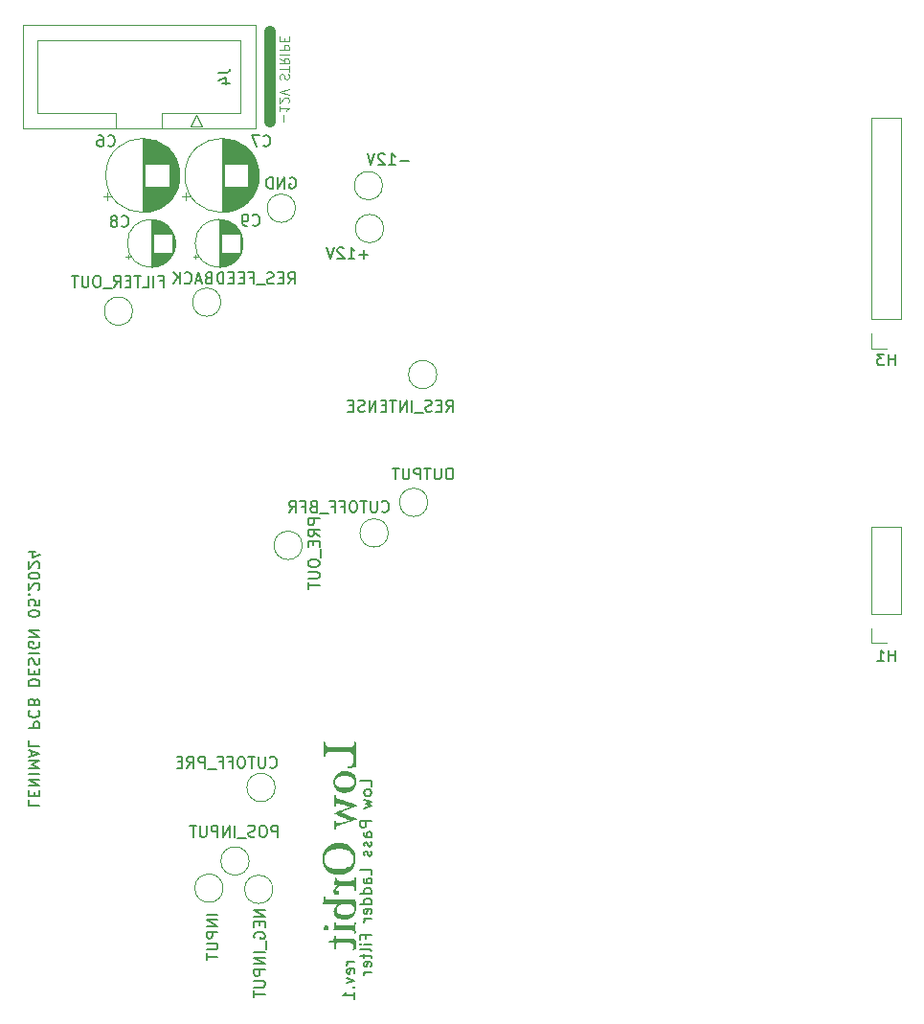
<source format=gbr>
%TF.GenerationSoftware,KiCad,Pcbnew,8.0.2-1*%
%TF.CreationDate,2024-05-20T21:15:53+02:00*%
%TF.ProjectId,low-orbit,6c6f772d-6f72-4626-9974-2e6b69636164,rev?*%
%TF.SameCoordinates,Original*%
%TF.FileFunction,Legend,Bot*%
%TF.FilePolarity,Positive*%
%FSLAX46Y46*%
G04 Gerber Fmt 4.6, Leading zero omitted, Abs format (unit mm)*
G04 Created by KiCad (PCBNEW 8.0.2-1) date 2024-05-20 21:15:53*
%MOMM*%
%LPD*%
G01*
G04 APERTURE LIST*
%ADD10C,0.150000*%
%ADD11C,0.100000*%
%ADD12C,0.120000*%
%ADD13C,1.000000*%
G04 APERTURE END LIST*
D10*
X79969819Y-133536779D02*
X79303152Y-133536779D01*
X79493628Y-133536779D02*
X79398390Y-133584398D01*
X79398390Y-133584398D02*
X79350771Y-133632017D01*
X79350771Y-133632017D02*
X79303152Y-133727255D01*
X79303152Y-133727255D02*
X79303152Y-133822493D01*
X79922200Y-134536779D02*
X79969819Y-134441541D01*
X79969819Y-134441541D02*
X79969819Y-134251065D01*
X79969819Y-134251065D02*
X79922200Y-134155827D01*
X79922200Y-134155827D02*
X79826961Y-134108208D01*
X79826961Y-134108208D02*
X79446009Y-134108208D01*
X79446009Y-134108208D02*
X79350771Y-134155827D01*
X79350771Y-134155827D02*
X79303152Y-134251065D01*
X79303152Y-134251065D02*
X79303152Y-134441541D01*
X79303152Y-134441541D02*
X79350771Y-134536779D01*
X79350771Y-134536779D02*
X79446009Y-134584398D01*
X79446009Y-134584398D02*
X79541247Y-134584398D01*
X79541247Y-134584398D02*
X79636485Y-134108208D01*
X79303152Y-134917732D02*
X79969819Y-135155827D01*
X79969819Y-135155827D02*
X79303152Y-135393922D01*
X79874580Y-135774875D02*
X79922200Y-135822494D01*
X79922200Y-135822494D02*
X79969819Y-135774875D01*
X79969819Y-135774875D02*
X79922200Y-135727256D01*
X79922200Y-135727256D02*
X79874580Y-135774875D01*
X79874580Y-135774875D02*
X79969819Y-135774875D01*
X79969819Y-136774874D02*
X79969819Y-136203446D01*
X79969819Y-136489160D02*
X78969819Y-136489160D01*
X78969819Y-136489160D02*
X79112676Y-136393922D01*
X79112676Y-136393922D02*
X79207914Y-136298684D01*
X79207914Y-136298684D02*
X79255533Y-136203446D01*
X74239411Y-64217438D02*
X74334649Y-64169819D01*
X74334649Y-64169819D02*
X74477506Y-64169819D01*
X74477506Y-64169819D02*
X74620363Y-64217438D01*
X74620363Y-64217438D02*
X74715601Y-64312676D01*
X74715601Y-64312676D02*
X74763220Y-64407914D01*
X74763220Y-64407914D02*
X74810839Y-64598390D01*
X74810839Y-64598390D02*
X74810839Y-64741247D01*
X74810839Y-64741247D02*
X74763220Y-64931723D01*
X74763220Y-64931723D02*
X74715601Y-65026961D01*
X74715601Y-65026961D02*
X74620363Y-65122200D01*
X74620363Y-65122200D02*
X74477506Y-65169819D01*
X74477506Y-65169819D02*
X74382268Y-65169819D01*
X74382268Y-65169819D02*
X74239411Y-65122200D01*
X74239411Y-65122200D02*
X74191792Y-65074580D01*
X74191792Y-65074580D02*
X74191792Y-64741247D01*
X74191792Y-64741247D02*
X74382268Y-64741247D01*
X73763220Y-65169819D02*
X73763220Y-64169819D01*
X73763220Y-64169819D02*
X73191792Y-65169819D01*
X73191792Y-65169819D02*
X73191792Y-64169819D01*
X72715601Y-65169819D02*
X72715601Y-64169819D01*
X72715601Y-64169819D02*
X72477506Y-64169819D01*
X72477506Y-64169819D02*
X72334649Y-64217438D01*
X72334649Y-64217438D02*
X72239411Y-64312676D01*
X72239411Y-64312676D02*
X72191792Y-64407914D01*
X72191792Y-64407914D02*
X72144173Y-64598390D01*
X72144173Y-64598390D02*
X72144173Y-64741247D01*
X72144173Y-64741247D02*
X72191792Y-64931723D01*
X72191792Y-64931723D02*
X72239411Y-65026961D01*
X72239411Y-65026961D02*
X72334649Y-65122200D01*
X72334649Y-65122200D02*
X72477506Y-65169819D01*
X72477506Y-65169819D02*
X72715601Y-65169819D01*
X73163220Y-122469819D02*
X73163220Y-121469819D01*
X73163220Y-121469819D02*
X72782268Y-121469819D01*
X72782268Y-121469819D02*
X72687030Y-121517438D01*
X72687030Y-121517438D02*
X72639411Y-121565057D01*
X72639411Y-121565057D02*
X72591792Y-121660295D01*
X72591792Y-121660295D02*
X72591792Y-121803152D01*
X72591792Y-121803152D02*
X72639411Y-121898390D01*
X72639411Y-121898390D02*
X72687030Y-121946009D01*
X72687030Y-121946009D02*
X72782268Y-121993628D01*
X72782268Y-121993628D02*
X73163220Y-121993628D01*
X71972744Y-121469819D02*
X71782268Y-121469819D01*
X71782268Y-121469819D02*
X71687030Y-121517438D01*
X71687030Y-121517438D02*
X71591792Y-121612676D01*
X71591792Y-121612676D02*
X71544173Y-121803152D01*
X71544173Y-121803152D02*
X71544173Y-122136485D01*
X71544173Y-122136485D02*
X71591792Y-122326961D01*
X71591792Y-122326961D02*
X71687030Y-122422200D01*
X71687030Y-122422200D02*
X71782268Y-122469819D01*
X71782268Y-122469819D02*
X71972744Y-122469819D01*
X71972744Y-122469819D02*
X72067982Y-122422200D01*
X72067982Y-122422200D02*
X72163220Y-122326961D01*
X72163220Y-122326961D02*
X72210839Y-122136485D01*
X72210839Y-122136485D02*
X72210839Y-121803152D01*
X72210839Y-121803152D02*
X72163220Y-121612676D01*
X72163220Y-121612676D02*
X72067982Y-121517438D01*
X72067982Y-121517438D02*
X71972744Y-121469819D01*
X71163220Y-122422200D02*
X71020363Y-122469819D01*
X71020363Y-122469819D02*
X70782268Y-122469819D01*
X70782268Y-122469819D02*
X70687030Y-122422200D01*
X70687030Y-122422200D02*
X70639411Y-122374580D01*
X70639411Y-122374580D02*
X70591792Y-122279342D01*
X70591792Y-122279342D02*
X70591792Y-122184104D01*
X70591792Y-122184104D02*
X70639411Y-122088866D01*
X70639411Y-122088866D02*
X70687030Y-122041247D01*
X70687030Y-122041247D02*
X70782268Y-121993628D01*
X70782268Y-121993628D02*
X70972744Y-121946009D01*
X70972744Y-121946009D02*
X71067982Y-121898390D01*
X71067982Y-121898390D02*
X71115601Y-121850771D01*
X71115601Y-121850771D02*
X71163220Y-121755533D01*
X71163220Y-121755533D02*
X71163220Y-121660295D01*
X71163220Y-121660295D02*
X71115601Y-121565057D01*
X71115601Y-121565057D02*
X71067982Y-121517438D01*
X71067982Y-121517438D02*
X70972744Y-121469819D01*
X70972744Y-121469819D02*
X70734649Y-121469819D01*
X70734649Y-121469819D02*
X70591792Y-121517438D01*
X70401316Y-122565057D02*
X69639411Y-122565057D01*
X69401315Y-122469819D02*
X69401315Y-121469819D01*
X68925125Y-122469819D02*
X68925125Y-121469819D01*
X68925125Y-121469819D02*
X68353697Y-122469819D01*
X68353697Y-122469819D02*
X68353697Y-121469819D01*
X67877506Y-122469819D02*
X67877506Y-121469819D01*
X67877506Y-121469819D02*
X67496554Y-121469819D01*
X67496554Y-121469819D02*
X67401316Y-121517438D01*
X67401316Y-121517438D02*
X67353697Y-121565057D01*
X67353697Y-121565057D02*
X67306078Y-121660295D01*
X67306078Y-121660295D02*
X67306078Y-121803152D01*
X67306078Y-121803152D02*
X67353697Y-121898390D01*
X67353697Y-121898390D02*
X67401316Y-121946009D01*
X67401316Y-121946009D02*
X67496554Y-121993628D01*
X67496554Y-121993628D02*
X67877506Y-121993628D01*
X66877506Y-121469819D02*
X66877506Y-122279342D01*
X66877506Y-122279342D02*
X66829887Y-122374580D01*
X66829887Y-122374580D02*
X66782268Y-122422200D01*
X66782268Y-122422200D02*
X66687030Y-122469819D01*
X66687030Y-122469819D02*
X66496554Y-122469819D01*
X66496554Y-122469819D02*
X66401316Y-122422200D01*
X66401316Y-122422200D02*
X66353697Y-122374580D01*
X66353697Y-122374580D02*
X66306078Y-122279342D01*
X66306078Y-122279342D02*
X66306078Y-121469819D01*
X65972744Y-121469819D02*
X65401316Y-121469819D01*
X65687030Y-122469819D02*
X65687030Y-121469819D01*
X51130180Y-119187030D02*
X51130180Y-119663220D01*
X51130180Y-119663220D02*
X52130180Y-119663220D01*
X51653990Y-118853696D02*
X51653990Y-118520363D01*
X51130180Y-118377506D02*
X51130180Y-118853696D01*
X51130180Y-118853696D02*
X52130180Y-118853696D01*
X52130180Y-118853696D02*
X52130180Y-118377506D01*
X51130180Y-117948934D02*
X52130180Y-117948934D01*
X52130180Y-117948934D02*
X51130180Y-117377506D01*
X51130180Y-117377506D02*
X52130180Y-117377506D01*
X51130180Y-116901315D02*
X52130180Y-116901315D01*
X51130180Y-116425125D02*
X52130180Y-116425125D01*
X52130180Y-116425125D02*
X51415895Y-116091792D01*
X51415895Y-116091792D02*
X52130180Y-115758459D01*
X52130180Y-115758459D02*
X51130180Y-115758459D01*
X51415895Y-115329887D02*
X51415895Y-114853697D01*
X51130180Y-115425125D02*
X52130180Y-115091792D01*
X52130180Y-115091792D02*
X51130180Y-114758459D01*
X51130180Y-113948935D02*
X51130180Y-114425125D01*
X51130180Y-114425125D02*
X52130180Y-114425125D01*
X51130180Y-112853696D02*
X52130180Y-112853696D01*
X52130180Y-112853696D02*
X52130180Y-112472744D01*
X52130180Y-112472744D02*
X52082561Y-112377506D01*
X52082561Y-112377506D02*
X52034942Y-112329887D01*
X52034942Y-112329887D02*
X51939704Y-112282268D01*
X51939704Y-112282268D02*
X51796847Y-112282268D01*
X51796847Y-112282268D02*
X51701609Y-112329887D01*
X51701609Y-112329887D02*
X51653990Y-112377506D01*
X51653990Y-112377506D02*
X51606371Y-112472744D01*
X51606371Y-112472744D02*
X51606371Y-112853696D01*
X51225419Y-111282268D02*
X51177800Y-111329887D01*
X51177800Y-111329887D02*
X51130180Y-111472744D01*
X51130180Y-111472744D02*
X51130180Y-111567982D01*
X51130180Y-111567982D02*
X51177800Y-111710839D01*
X51177800Y-111710839D02*
X51273038Y-111806077D01*
X51273038Y-111806077D02*
X51368276Y-111853696D01*
X51368276Y-111853696D02*
X51558752Y-111901315D01*
X51558752Y-111901315D02*
X51701609Y-111901315D01*
X51701609Y-111901315D02*
X51892085Y-111853696D01*
X51892085Y-111853696D02*
X51987323Y-111806077D01*
X51987323Y-111806077D02*
X52082561Y-111710839D01*
X52082561Y-111710839D02*
X52130180Y-111567982D01*
X52130180Y-111567982D02*
X52130180Y-111472744D01*
X52130180Y-111472744D02*
X52082561Y-111329887D01*
X52082561Y-111329887D02*
X52034942Y-111282268D01*
X51653990Y-110520363D02*
X51606371Y-110377506D01*
X51606371Y-110377506D02*
X51558752Y-110329887D01*
X51558752Y-110329887D02*
X51463514Y-110282268D01*
X51463514Y-110282268D02*
X51320657Y-110282268D01*
X51320657Y-110282268D02*
X51225419Y-110329887D01*
X51225419Y-110329887D02*
X51177800Y-110377506D01*
X51177800Y-110377506D02*
X51130180Y-110472744D01*
X51130180Y-110472744D02*
X51130180Y-110853696D01*
X51130180Y-110853696D02*
X52130180Y-110853696D01*
X52130180Y-110853696D02*
X52130180Y-110520363D01*
X52130180Y-110520363D02*
X52082561Y-110425125D01*
X52082561Y-110425125D02*
X52034942Y-110377506D01*
X52034942Y-110377506D02*
X51939704Y-110329887D01*
X51939704Y-110329887D02*
X51844466Y-110329887D01*
X51844466Y-110329887D02*
X51749228Y-110377506D01*
X51749228Y-110377506D02*
X51701609Y-110425125D01*
X51701609Y-110425125D02*
X51653990Y-110520363D01*
X51653990Y-110520363D02*
X51653990Y-110853696D01*
X51130180Y-109091791D02*
X52130180Y-109091791D01*
X52130180Y-109091791D02*
X52130180Y-108853696D01*
X52130180Y-108853696D02*
X52082561Y-108710839D01*
X52082561Y-108710839D02*
X51987323Y-108615601D01*
X51987323Y-108615601D02*
X51892085Y-108567982D01*
X51892085Y-108567982D02*
X51701609Y-108520363D01*
X51701609Y-108520363D02*
X51558752Y-108520363D01*
X51558752Y-108520363D02*
X51368276Y-108567982D01*
X51368276Y-108567982D02*
X51273038Y-108615601D01*
X51273038Y-108615601D02*
X51177800Y-108710839D01*
X51177800Y-108710839D02*
X51130180Y-108853696D01*
X51130180Y-108853696D02*
X51130180Y-109091791D01*
X51653990Y-108091791D02*
X51653990Y-107758458D01*
X51130180Y-107615601D02*
X51130180Y-108091791D01*
X51130180Y-108091791D02*
X52130180Y-108091791D01*
X52130180Y-108091791D02*
X52130180Y-107615601D01*
X51177800Y-107234648D02*
X51130180Y-107091791D01*
X51130180Y-107091791D02*
X51130180Y-106853696D01*
X51130180Y-106853696D02*
X51177800Y-106758458D01*
X51177800Y-106758458D02*
X51225419Y-106710839D01*
X51225419Y-106710839D02*
X51320657Y-106663220D01*
X51320657Y-106663220D02*
X51415895Y-106663220D01*
X51415895Y-106663220D02*
X51511133Y-106710839D01*
X51511133Y-106710839D02*
X51558752Y-106758458D01*
X51558752Y-106758458D02*
X51606371Y-106853696D01*
X51606371Y-106853696D02*
X51653990Y-107044172D01*
X51653990Y-107044172D02*
X51701609Y-107139410D01*
X51701609Y-107139410D02*
X51749228Y-107187029D01*
X51749228Y-107187029D02*
X51844466Y-107234648D01*
X51844466Y-107234648D02*
X51939704Y-107234648D01*
X51939704Y-107234648D02*
X52034942Y-107187029D01*
X52034942Y-107187029D02*
X52082561Y-107139410D01*
X52082561Y-107139410D02*
X52130180Y-107044172D01*
X52130180Y-107044172D02*
X52130180Y-106806077D01*
X52130180Y-106806077D02*
X52082561Y-106663220D01*
X51130180Y-106234648D02*
X52130180Y-106234648D01*
X52082561Y-105234649D02*
X52130180Y-105329887D01*
X52130180Y-105329887D02*
X52130180Y-105472744D01*
X52130180Y-105472744D02*
X52082561Y-105615601D01*
X52082561Y-105615601D02*
X51987323Y-105710839D01*
X51987323Y-105710839D02*
X51892085Y-105758458D01*
X51892085Y-105758458D02*
X51701609Y-105806077D01*
X51701609Y-105806077D02*
X51558752Y-105806077D01*
X51558752Y-105806077D02*
X51368276Y-105758458D01*
X51368276Y-105758458D02*
X51273038Y-105710839D01*
X51273038Y-105710839D02*
X51177800Y-105615601D01*
X51177800Y-105615601D02*
X51130180Y-105472744D01*
X51130180Y-105472744D02*
X51130180Y-105377506D01*
X51130180Y-105377506D02*
X51177800Y-105234649D01*
X51177800Y-105234649D02*
X51225419Y-105187030D01*
X51225419Y-105187030D02*
X51558752Y-105187030D01*
X51558752Y-105187030D02*
X51558752Y-105377506D01*
X51130180Y-104758458D02*
X52130180Y-104758458D01*
X52130180Y-104758458D02*
X51130180Y-104187030D01*
X51130180Y-104187030D02*
X52130180Y-104187030D01*
X52130180Y-102758458D02*
X52130180Y-102663220D01*
X52130180Y-102663220D02*
X52082561Y-102567982D01*
X52082561Y-102567982D02*
X52034942Y-102520363D01*
X52034942Y-102520363D02*
X51939704Y-102472744D01*
X51939704Y-102472744D02*
X51749228Y-102425125D01*
X51749228Y-102425125D02*
X51511133Y-102425125D01*
X51511133Y-102425125D02*
X51320657Y-102472744D01*
X51320657Y-102472744D02*
X51225419Y-102520363D01*
X51225419Y-102520363D02*
X51177800Y-102567982D01*
X51177800Y-102567982D02*
X51130180Y-102663220D01*
X51130180Y-102663220D02*
X51130180Y-102758458D01*
X51130180Y-102758458D02*
X51177800Y-102853696D01*
X51177800Y-102853696D02*
X51225419Y-102901315D01*
X51225419Y-102901315D02*
X51320657Y-102948934D01*
X51320657Y-102948934D02*
X51511133Y-102996553D01*
X51511133Y-102996553D02*
X51749228Y-102996553D01*
X51749228Y-102996553D02*
X51939704Y-102948934D01*
X51939704Y-102948934D02*
X52034942Y-102901315D01*
X52034942Y-102901315D02*
X52082561Y-102853696D01*
X52082561Y-102853696D02*
X52130180Y-102758458D01*
X52130180Y-101520363D02*
X52130180Y-101996553D01*
X52130180Y-101996553D02*
X51653990Y-102044172D01*
X51653990Y-102044172D02*
X51701609Y-101996553D01*
X51701609Y-101996553D02*
X51749228Y-101901315D01*
X51749228Y-101901315D02*
X51749228Y-101663220D01*
X51749228Y-101663220D02*
X51701609Y-101567982D01*
X51701609Y-101567982D02*
X51653990Y-101520363D01*
X51653990Y-101520363D02*
X51558752Y-101472744D01*
X51558752Y-101472744D02*
X51320657Y-101472744D01*
X51320657Y-101472744D02*
X51225419Y-101520363D01*
X51225419Y-101520363D02*
X51177800Y-101567982D01*
X51177800Y-101567982D02*
X51130180Y-101663220D01*
X51130180Y-101663220D02*
X51130180Y-101901315D01*
X51130180Y-101901315D02*
X51177800Y-101996553D01*
X51177800Y-101996553D02*
X51225419Y-102044172D01*
X51225419Y-101044172D02*
X51177800Y-100996553D01*
X51177800Y-100996553D02*
X51130180Y-101044172D01*
X51130180Y-101044172D02*
X51177800Y-101091791D01*
X51177800Y-101091791D02*
X51225419Y-101044172D01*
X51225419Y-101044172D02*
X51130180Y-101044172D01*
X52034942Y-100615601D02*
X52082561Y-100567982D01*
X52082561Y-100567982D02*
X52130180Y-100472744D01*
X52130180Y-100472744D02*
X52130180Y-100234649D01*
X52130180Y-100234649D02*
X52082561Y-100139411D01*
X52082561Y-100139411D02*
X52034942Y-100091792D01*
X52034942Y-100091792D02*
X51939704Y-100044173D01*
X51939704Y-100044173D02*
X51844466Y-100044173D01*
X51844466Y-100044173D02*
X51701609Y-100091792D01*
X51701609Y-100091792D02*
X51130180Y-100663220D01*
X51130180Y-100663220D02*
X51130180Y-100044173D01*
X52130180Y-99425125D02*
X52130180Y-99329887D01*
X52130180Y-99329887D02*
X52082561Y-99234649D01*
X52082561Y-99234649D02*
X52034942Y-99187030D01*
X52034942Y-99187030D02*
X51939704Y-99139411D01*
X51939704Y-99139411D02*
X51749228Y-99091792D01*
X51749228Y-99091792D02*
X51511133Y-99091792D01*
X51511133Y-99091792D02*
X51320657Y-99139411D01*
X51320657Y-99139411D02*
X51225419Y-99187030D01*
X51225419Y-99187030D02*
X51177800Y-99234649D01*
X51177800Y-99234649D02*
X51130180Y-99329887D01*
X51130180Y-99329887D02*
X51130180Y-99425125D01*
X51130180Y-99425125D02*
X51177800Y-99520363D01*
X51177800Y-99520363D02*
X51225419Y-99567982D01*
X51225419Y-99567982D02*
X51320657Y-99615601D01*
X51320657Y-99615601D02*
X51511133Y-99663220D01*
X51511133Y-99663220D02*
X51749228Y-99663220D01*
X51749228Y-99663220D02*
X51939704Y-99615601D01*
X51939704Y-99615601D02*
X52034942Y-99567982D01*
X52034942Y-99567982D02*
X52082561Y-99520363D01*
X52082561Y-99520363D02*
X52130180Y-99425125D01*
X52034942Y-98710839D02*
X52082561Y-98663220D01*
X52082561Y-98663220D02*
X52130180Y-98567982D01*
X52130180Y-98567982D02*
X52130180Y-98329887D01*
X52130180Y-98329887D02*
X52082561Y-98234649D01*
X52082561Y-98234649D02*
X52034942Y-98187030D01*
X52034942Y-98187030D02*
X51939704Y-98139411D01*
X51939704Y-98139411D02*
X51844466Y-98139411D01*
X51844466Y-98139411D02*
X51701609Y-98187030D01*
X51701609Y-98187030D02*
X51130180Y-98758458D01*
X51130180Y-98758458D02*
X51130180Y-98139411D01*
X51796847Y-97282268D02*
X51130180Y-97282268D01*
X52177800Y-97520363D02*
X51463514Y-97758458D01*
X51463514Y-97758458D02*
X51463514Y-97139411D01*
X88472744Y-89869819D02*
X88282268Y-89869819D01*
X88282268Y-89869819D02*
X88187030Y-89917438D01*
X88187030Y-89917438D02*
X88091792Y-90012676D01*
X88091792Y-90012676D02*
X88044173Y-90203152D01*
X88044173Y-90203152D02*
X88044173Y-90536485D01*
X88044173Y-90536485D02*
X88091792Y-90726961D01*
X88091792Y-90726961D02*
X88187030Y-90822200D01*
X88187030Y-90822200D02*
X88282268Y-90869819D01*
X88282268Y-90869819D02*
X88472744Y-90869819D01*
X88472744Y-90869819D02*
X88567982Y-90822200D01*
X88567982Y-90822200D02*
X88663220Y-90726961D01*
X88663220Y-90726961D02*
X88710839Y-90536485D01*
X88710839Y-90536485D02*
X88710839Y-90203152D01*
X88710839Y-90203152D02*
X88663220Y-90012676D01*
X88663220Y-90012676D02*
X88567982Y-89917438D01*
X88567982Y-89917438D02*
X88472744Y-89869819D01*
X87615601Y-89869819D02*
X87615601Y-90679342D01*
X87615601Y-90679342D02*
X87567982Y-90774580D01*
X87567982Y-90774580D02*
X87520363Y-90822200D01*
X87520363Y-90822200D02*
X87425125Y-90869819D01*
X87425125Y-90869819D02*
X87234649Y-90869819D01*
X87234649Y-90869819D02*
X87139411Y-90822200D01*
X87139411Y-90822200D02*
X87091792Y-90774580D01*
X87091792Y-90774580D02*
X87044173Y-90679342D01*
X87044173Y-90679342D02*
X87044173Y-89869819D01*
X86710839Y-89869819D02*
X86139411Y-89869819D01*
X86425125Y-90869819D02*
X86425125Y-89869819D01*
X85806077Y-90869819D02*
X85806077Y-89869819D01*
X85806077Y-89869819D02*
X85425125Y-89869819D01*
X85425125Y-89869819D02*
X85329887Y-89917438D01*
X85329887Y-89917438D02*
X85282268Y-89965057D01*
X85282268Y-89965057D02*
X85234649Y-90060295D01*
X85234649Y-90060295D02*
X85234649Y-90203152D01*
X85234649Y-90203152D02*
X85282268Y-90298390D01*
X85282268Y-90298390D02*
X85329887Y-90346009D01*
X85329887Y-90346009D02*
X85425125Y-90393628D01*
X85425125Y-90393628D02*
X85806077Y-90393628D01*
X84806077Y-89869819D02*
X84806077Y-90679342D01*
X84806077Y-90679342D02*
X84758458Y-90774580D01*
X84758458Y-90774580D02*
X84710839Y-90822200D01*
X84710839Y-90822200D02*
X84615601Y-90869819D01*
X84615601Y-90869819D02*
X84425125Y-90869819D01*
X84425125Y-90869819D02*
X84329887Y-90822200D01*
X84329887Y-90822200D02*
X84282268Y-90774580D01*
X84282268Y-90774580D02*
X84234649Y-90679342D01*
X84234649Y-90679342D02*
X84234649Y-89869819D01*
X83901315Y-89869819D02*
X83329887Y-89869819D01*
X83615601Y-90869819D02*
X83615601Y-89869819D01*
X88091792Y-84869819D02*
X88425125Y-84393628D01*
X88663220Y-84869819D02*
X88663220Y-83869819D01*
X88663220Y-83869819D02*
X88282268Y-83869819D01*
X88282268Y-83869819D02*
X88187030Y-83917438D01*
X88187030Y-83917438D02*
X88139411Y-83965057D01*
X88139411Y-83965057D02*
X88091792Y-84060295D01*
X88091792Y-84060295D02*
X88091792Y-84203152D01*
X88091792Y-84203152D02*
X88139411Y-84298390D01*
X88139411Y-84298390D02*
X88187030Y-84346009D01*
X88187030Y-84346009D02*
X88282268Y-84393628D01*
X88282268Y-84393628D02*
X88663220Y-84393628D01*
X87663220Y-84346009D02*
X87329887Y-84346009D01*
X87187030Y-84869819D02*
X87663220Y-84869819D01*
X87663220Y-84869819D02*
X87663220Y-83869819D01*
X87663220Y-83869819D02*
X87187030Y-83869819D01*
X86806077Y-84822200D02*
X86663220Y-84869819D01*
X86663220Y-84869819D02*
X86425125Y-84869819D01*
X86425125Y-84869819D02*
X86329887Y-84822200D01*
X86329887Y-84822200D02*
X86282268Y-84774580D01*
X86282268Y-84774580D02*
X86234649Y-84679342D01*
X86234649Y-84679342D02*
X86234649Y-84584104D01*
X86234649Y-84584104D02*
X86282268Y-84488866D01*
X86282268Y-84488866D02*
X86329887Y-84441247D01*
X86329887Y-84441247D02*
X86425125Y-84393628D01*
X86425125Y-84393628D02*
X86615601Y-84346009D01*
X86615601Y-84346009D02*
X86710839Y-84298390D01*
X86710839Y-84298390D02*
X86758458Y-84250771D01*
X86758458Y-84250771D02*
X86806077Y-84155533D01*
X86806077Y-84155533D02*
X86806077Y-84060295D01*
X86806077Y-84060295D02*
X86758458Y-83965057D01*
X86758458Y-83965057D02*
X86710839Y-83917438D01*
X86710839Y-83917438D02*
X86615601Y-83869819D01*
X86615601Y-83869819D02*
X86377506Y-83869819D01*
X86377506Y-83869819D02*
X86234649Y-83917438D01*
X86044173Y-84965057D02*
X85282268Y-84965057D01*
X85044172Y-84869819D02*
X85044172Y-83869819D01*
X84567982Y-84869819D02*
X84567982Y-83869819D01*
X84567982Y-83869819D02*
X83996554Y-84869819D01*
X83996554Y-84869819D02*
X83996554Y-83869819D01*
X83663220Y-83869819D02*
X83091792Y-83869819D01*
X83377506Y-84869819D02*
X83377506Y-83869819D01*
X82758458Y-84346009D02*
X82425125Y-84346009D01*
X82282268Y-84869819D02*
X82758458Y-84869819D01*
X82758458Y-84869819D02*
X82758458Y-83869819D01*
X82758458Y-83869819D02*
X82282268Y-83869819D01*
X81853696Y-84869819D02*
X81853696Y-83869819D01*
X81853696Y-83869819D02*
X81282268Y-84869819D01*
X81282268Y-84869819D02*
X81282268Y-83869819D01*
X80853696Y-84822200D02*
X80710839Y-84869819D01*
X80710839Y-84869819D02*
X80472744Y-84869819D01*
X80472744Y-84869819D02*
X80377506Y-84822200D01*
X80377506Y-84822200D02*
X80329887Y-84774580D01*
X80329887Y-84774580D02*
X80282268Y-84679342D01*
X80282268Y-84679342D02*
X80282268Y-84584104D01*
X80282268Y-84584104D02*
X80329887Y-84488866D01*
X80329887Y-84488866D02*
X80377506Y-84441247D01*
X80377506Y-84441247D02*
X80472744Y-84393628D01*
X80472744Y-84393628D02*
X80663220Y-84346009D01*
X80663220Y-84346009D02*
X80758458Y-84298390D01*
X80758458Y-84298390D02*
X80806077Y-84250771D01*
X80806077Y-84250771D02*
X80853696Y-84155533D01*
X80853696Y-84155533D02*
X80853696Y-84060295D01*
X80853696Y-84060295D02*
X80806077Y-83965057D01*
X80806077Y-83965057D02*
X80758458Y-83917438D01*
X80758458Y-83917438D02*
X80663220Y-83869819D01*
X80663220Y-83869819D02*
X80425125Y-83869819D01*
X80425125Y-83869819D02*
X80282268Y-83917438D01*
X79853696Y-84346009D02*
X79520363Y-84346009D01*
X79377506Y-84869819D02*
X79853696Y-84869819D01*
X79853696Y-84869819D02*
X79853696Y-83869819D01*
X79853696Y-83869819D02*
X79377506Y-83869819D01*
X62729887Y-73346009D02*
X63063220Y-73346009D01*
X63063220Y-73869819D02*
X63063220Y-72869819D01*
X63063220Y-72869819D02*
X62587030Y-72869819D01*
X62206077Y-73869819D02*
X62206077Y-72869819D01*
X61253697Y-73869819D02*
X61729887Y-73869819D01*
X61729887Y-73869819D02*
X61729887Y-72869819D01*
X61063220Y-72869819D02*
X60491792Y-72869819D01*
X60777506Y-73869819D02*
X60777506Y-72869819D01*
X60158458Y-73346009D02*
X59825125Y-73346009D01*
X59682268Y-73869819D02*
X60158458Y-73869819D01*
X60158458Y-73869819D02*
X60158458Y-72869819D01*
X60158458Y-72869819D02*
X59682268Y-72869819D01*
X58682268Y-73869819D02*
X59015601Y-73393628D01*
X59253696Y-73869819D02*
X59253696Y-72869819D01*
X59253696Y-72869819D02*
X58872744Y-72869819D01*
X58872744Y-72869819D02*
X58777506Y-72917438D01*
X58777506Y-72917438D02*
X58729887Y-72965057D01*
X58729887Y-72965057D02*
X58682268Y-73060295D01*
X58682268Y-73060295D02*
X58682268Y-73203152D01*
X58682268Y-73203152D02*
X58729887Y-73298390D01*
X58729887Y-73298390D02*
X58777506Y-73346009D01*
X58777506Y-73346009D02*
X58872744Y-73393628D01*
X58872744Y-73393628D02*
X59253696Y-73393628D01*
X58491792Y-73965057D02*
X57729887Y-73965057D01*
X57301315Y-72869819D02*
X57110839Y-72869819D01*
X57110839Y-72869819D02*
X57015601Y-72917438D01*
X57015601Y-72917438D02*
X56920363Y-73012676D01*
X56920363Y-73012676D02*
X56872744Y-73203152D01*
X56872744Y-73203152D02*
X56872744Y-73536485D01*
X56872744Y-73536485D02*
X56920363Y-73726961D01*
X56920363Y-73726961D02*
X57015601Y-73822200D01*
X57015601Y-73822200D02*
X57110839Y-73869819D01*
X57110839Y-73869819D02*
X57301315Y-73869819D01*
X57301315Y-73869819D02*
X57396553Y-73822200D01*
X57396553Y-73822200D02*
X57491791Y-73726961D01*
X57491791Y-73726961D02*
X57539410Y-73536485D01*
X57539410Y-73536485D02*
X57539410Y-73203152D01*
X57539410Y-73203152D02*
X57491791Y-73012676D01*
X57491791Y-73012676D02*
X57396553Y-72917438D01*
X57396553Y-72917438D02*
X57301315Y-72869819D01*
X56444172Y-72869819D02*
X56444172Y-73679342D01*
X56444172Y-73679342D02*
X56396553Y-73774580D01*
X56396553Y-73774580D02*
X56348934Y-73822200D01*
X56348934Y-73822200D02*
X56253696Y-73869819D01*
X56253696Y-73869819D02*
X56063220Y-73869819D01*
X56063220Y-73869819D02*
X55967982Y-73822200D01*
X55967982Y-73822200D02*
X55920363Y-73774580D01*
X55920363Y-73774580D02*
X55872744Y-73679342D01*
X55872744Y-73679342D02*
X55872744Y-72869819D01*
X55539410Y-72869819D02*
X54967982Y-72869819D01*
X55253696Y-73869819D02*
X55253696Y-72869819D01*
X74091792Y-73569819D02*
X74425125Y-73093628D01*
X74663220Y-73569819D02*
X74663220Y-72569819D01*
X74663220Y-72569819D02*
X74282268Y-72569819D01*
X74282268Y-72569819D02*
X74187030Y-72617438D01*
X74187030Y-72617438D02*
X74139411Y-72665057D01*
X74139411Y-72665057D02*
X74091792Y-72760295D01*
X74091792Y-72760295D02*
X74091792Y-72903152D01*
X74091792Y-72903152D02*
X74139411Y-72998390D01*
X74139411Y-72998390D02*
X74187030Y-73046009D01*
X74187030Y-73046009D02*
X74282268Y-73093628D01*
X74282268Y-73093628D02*
X74663220Y-73093628D01*
X73663220Y-73046009D02*
X73329887Y-73046009D01*
X73187030Y-73569819D02*
X73663220Y-73569819D01*
X73663220Y-73569819D02*
X73663220Y-72569819D01*
X73663220Y-72569819D02*
X73187030Y-72569819D01*
X72806077Y-73522200D02*
X72663220Y-73569819D01*
X72663220Y-73569819D02*
X72425125Y-73569819D01*
X72425125Y-73569819D02*
X72329887Y-73522200D01*
X72329887Y-73522200D02*
X72282268Y-73474580D01*
X72282268Y-73474580D02*
X72234649Y-73379342D01*
X72234649Y-73379342D02*
X72234649Y-73284104D01*
X72234649Y-73284104D02*
X72282268Y-73188866D01*
X72282268Y-73188866D02*
X72329887Y-73141247D01*
X72329887Y-73141247D02*
X72425125Y-73093628D01*
X72425125Y-73093628D02*
X72615601Y-73046009D01*
X72615601Y-73046009D02*
X72710839Y-72998390D01*
X72710839Y-72998390D02*
X72758458Y-72950771D01*
X72758458Y-72950771D02*
X72806077Y-72855533D01*
X72806077Y-72855533D02*
X72806077Y-72760295D01*
X72806077Y-72760295D02*
X72758458Y-72665057D01*
X72758458Y-72665057D02*
X72710839Y-72617438D01*
X72710839Y-72617438D02*
X72615601Y-72569819D01*
X72615601Y-72569819D02*
X72377506Y-72569819D01*
X72377506Y-72569819D02*
X72234649Y-72617438D01*
X72044173Y-73665057D02*
X71282268Y-73665057D01*
X70710839Y-73046009D02*
X71044172Y-73046009D01*
X71044172Y-73569819D02*
X71044172Y-72569819D01*
X71044172Y-72569819D02*
X70567982Y-72569819D01*
X70187029Y-73046009D02*
X69853696Y-73046009D01*
X69710839Y-73569819D02*
X70187029Y-73569819D01*
X70187029Y-73569819D02*
X70187029Y-72569819D01*
X70187029Y-72569819D02*
X69710839Y-72569819D01*
X69282267Y-73046009D02*
X68948934Y-73046009D01*
X68806077Y-73569819D02*
X69282267Y-73569819D01*
X69282267Y-73569819D02*
X69282267Y-72569819D01*
X69282267Y-72569819D02*
X68806077Y-72569819D01*
X68377505Y-73569819D02*
X68377505Y-72569819D01*
X68377505Y-72569819D02*
X68139410Y-72569819D01*
X68139410Y-72569819D02*
X67996553Y-72617438D01*
X67996553Y-72617438D02*
X67901315Y-72712676D01*
X67901315Y-72712676D02*
X67853696Y-72807914D01*
X67853696Y-72807914D02*
X67806077Y-72998390D01*
X67806077Y-72998390D02*
X67806077Y-73141247D01*
X67806077Y-73141247D02*
X67853696Y-73331723D01*
X67853696Y-73331723D02*
X67901315Y-73426961D01*
X67901315Y-73426961D02*
X67996553Y-73522200D01*
X67996553Y-73522200D02*
X68139410Y-73569819D01*
X68139410Y-73569819D02*
X68377505Y-73569819D01*
X67044172Y-73046009D02*
X66901315Y-73093628D01*
X66901315Y-73093628D02*
X66853696Y-73141247D01*
X66853696Y-73141247D02*
X66806077Y-73236485D01*
X66806077Y-73236485D02*
X66806077Y-73379342D01*
X66806077Y-73379342D02*
X66853696Y-73474580D01*
X66853696Y-73474580D02*
X66901315Y-73522200D01*
X66901315Y-73522200D02*
X66996553Y-73569819D01*
X66996553Y-73569819D02*
X67377505Y-73569819D01*
X67377505Y-73569819D02*
X67377505Y-72569819D01*
X67377505Y-72569819D02*
X67044172Y-72569819D01*
X67044172Y-72569819D02*
X66948934Y-72617438D01*
X66948934Y-72617438D02*
X66901315Y-72665057D01*
X66901315Y-72665057D02*
X66853696Y-72760295D01*
X66853696Y-72760295D02*
X66853696Y-72855533D01*
X66853696Y-72855533D02*
X66901315Y-72950771D01*
X66901315Y-72950771D02*
X66948934Y-72998390D01*
X66948934Y-72998390D02*
X67044172Y-73046009D01*
X67044172Y-73046009D02*
X67377505Y-73046009D01*
X66425124Y-73284104D02*
X65948934Y-73284104D01*
X66520362Y-73569819D02*
X66187029Y-72569819D01*
X66187029Y-72569819D02*
X65853696Y-73569819D01*
X64948934Y-73474580D02*
X64996553Y-73522200D01*
X64996553Y-73522200D02*
X65139410Y-73569819D01*
X65139410Y-73569819D02*
X65234648Y-73569819D01*
X65234648Y-73569819D02*
X65377505Y-73522200D01*
X65377505Y-73522200D02*
X65472743Y-73426961D01*
X65472743Y-73426961D02*
X65520362Y-73331723D01*
X65520362Y-73331723D02*
X65567981Y-73141247D01*
X65567981Y-73141247D02*
X65567981Y-72998390D01*
X65567981Y-72998390D02*
X65520362Y-72807914D01*
X65520362Y-72807914D02*
X65472743Y-72712676D01*
X65472743Y-72712676D02*
X65377505Y-72617438D01*
X65377505Y-72617438D02*
X65234648Y-72569819D01*
X65234648Y-72569819D02*
X65139410Y-72569819D01*
X65139410Y-72569819D02*
X64996553Y-72617438D01*
X64996553Y-72617438D02*
X64948934Y-72665057D01*
X64520362Y-73569819D02*
X64520362Y-72569819D01*
X63948934Y-73569819D02*
X64377505Y-72998390D01*
X63948934Y-72569819D02*
X64520362Y-73141247D01*
G36*
X77877892Y-114512735D02*
G01*
X77730659Y-114506724D01*
X77656608Y-114497348D01*
X77516953Y-114447919D01*
X77505666Y-114440195D01*
X77416273Y-114318562D01*
X77386735Y-114170459D01*
X77384766Y-114107536D01*
X77359120Y-114069434D01*
X77304898Y-114056245D01*
X77252875Y-114068702D01*
X77229427Y-114106803D01*
X77229427Y-114259820D01*
X77229427Y-114412351D01*
X77229427Y-114568950D01*
X77229427Y-114715890D01*
X77229427Y-114734752D01*
X77229427Y-114884969D01*
X77229427Y-114899616D01*
X77229427Y-115050558D01*
X77229427Y-115199302D01*
X77229427Y-115346323D01*
X77229427Y-115362700D01*
X77252875Y-115397871D01*
X77304898Y-115406664D01*
X77359120Y-115392009D01*
X77384766Y-115358304D01*
X77396441Y-115206640D01*
X77411877Y-115145080D01*
X77496140Y-115021249D01*
X77634128Y-114967968D01*
X77645617Y-114966294D01*
X77796459Y-114955054D01*
X77880823Y-114953838D01*
X79347013Y-114953838D01*
X79498081Y-114958703D01*
X79571960Y-114966294D01*
X79715830Y-115008970D01*
X79723635Y-115013189D01*
X79818157Y-115106978D01*
X79873627Y-115245309D01*
X79876775Y-115256454D01*
X79896559Y-115389811D01*
X79902415Y-115540118D01*
X79902421Y-115545150D01*
X79897502Y-115697384D01*
X79894361Y-115737124D01*
X79868715Y-115873412D01*
X79809897Y-116012172D01*
X79805701Y-116019958D01*
X79717041Y-116124738D01*
X79585811Y-116193325D01*
X79580753Y-116195080D01*
X79433200Y-116230663D01*
X79372658Y-116239776D01*
X79339685Y-116269085D01*
X79330893Y-116324773D01*
X79343349Y-116376796D01*
X79377055Y-116396580D01*
X79525939Y-116378829D01*
X79675808Y-116361677D01*
X79704584Y-116358478D01*
X79858824Y-116345839D01*
X80006750Y-116341642D01*
X80016727Y-116341625D01*
X80061423Y-116324773D01*
X80090000Y-116244905D01*
X80090000Y-114717166D01*
X80090000Y-114566030D01*
X80090000Y-114410852D01*
X80090000Y-114401360D01*
X80090000Y-114250968D01*
X80090000Y-114103140D01*
X80069483Y-114058443D01*
X80023321Y-114043789D01*
X79975694Y-114058443D01*
X79947850Y-114103872D01*
X79925100Y-114254890D01*
X79912679Y-114316364D01*
X79854061Y-114440195D01*
X79736824Y-114497348D01*
X79586798Y-114511773D01*
X79521402Y-114512735D01*
X77882288Y-114512735D01*
X77877892Y-114512735D01*
G37*
G36*
X79249998Y-116653381D02*
G01*
X79409679Y-116677050D01*
X79552909Y-116717515D01*
X79624179Y-116746195D01*
X79762335Y-116820352D01*
X79878241Y-116910956D01*
X79909313Y-116942085D01*
X80002559Y-117062399D01*
X80071681Y-117200383D01*
X80093843Y-117264586D01*
X80126131Y-117410584D01*
X80136894Y-117566015D01*
X80132589Y-117676611D01*
X80109989Y-117832717D01*
X80068018Y-117977076D01*
X80039622Y-118044464D01*
X79962367Y-118177746D01*
X79863586Y-118293614D01*
X79801301Y-118348692D01*
X79669814Y-118435351D01*
X79530195Y-118497313D01*
X79386665Y-118538195D01*
X79229109Y-118562108D01*
X79073705Y-118569120D01*
X78961323Y-118564632D01*
X78805458Y-118541070D01*
X78664842Y-118497313D01*
X78610825Y-118473760D01*
X78483441Y-118399966D01*
X78367355Y-118300209D01*
X78331198Y-118259644D01*
X78244804Y-118133500D01*
X78184173Y-117999790D01*
X78159333Y-117922273D01*
X78129390Y-117770126D01*
X78121170Y-117632693D01*
X78275764Y-117632693D01*
X78287615Y-117746385D01*
X78347571Y-117880355D01*
X78413654Y-117951927D01*
X78538080Y-118031297D01*
X78656083Y-118075250D01*
X78807725Y-118106769D01*
X78817213Y-118108076D01*
X78971361Y-118123349D01*
X79119867Y-118128018D01*
X79275938Y-118123255D01*
X79430544Y-118108967D01*
X79567877Y-118083260D01*
X79706782Y-118033496D01*
X79798586Y-117980278D01*
X79905352Y-117875959D01*
X79962505Y-117759638D01*
X79981556Y-117611444D01*
X79966269Y-117482976D01*
X79901688Y-117349127D01*
X79823169Y-117267783D01*
X79698722Y-117187927D01*
X79569030Y-117138651D01*
X79424682Y-117108060D01*
X79283732Y-117093333D01*
X79128660Y-117087543D01*
X79118369Y-117087565D01*
X78967093Y-117093222D01*
X78812121Y-117110258D01*
X78676323Y-117140451D01*
X78539546Y-117194521D01*
X78449891Y-117251191D01*
X78347571Y-117360118D01*
X78293715Y-117481018D01*
X78275764Y-117632693D01*
X78121170Y-117632693D01*
X78120425Y-117620237D01*
X78124959Y-117515319D01*
X78148761Y-117365671D01*
X78192965Y-117225296D01*
X78216729Y-117170238D01*
X78290905Y-117038974D01*
X78390802Y-116916817D01*
X78439943Y-116870965D01*
X78559319Y-116785049D01*
X78696350Y-116717515D01*
X78788307Y-116686420D01*
X78934487Y-116656435D01*
X79090558Y-116646441D01*
X79249998Y-116653381D01*
G37*
G36*
X78216413Y-120442707D02*
G01*
X78354187Y-120501481D01*
X78491821Y-120559835D01*
X78629315Y-120617768D01*
X78766669Y-120675280D01*
X78845094Y-120707955D01*
X78982402Y-120765191D01*
X79119921Y-120822779D01*
X79257651Y-120880716D01*
X79395590Y-120939005D01*
X79474508Y-120972470D01*
X79499420Y-120999581D01*
X79474508Y-121028157D01*
X79333801Y-121070790D01*
X79182990Y-121113554D01*
X79036336Y-121151988D01*
X78891240Y-121187479D01*
X78745105Y-121221412D01*
X78611353Y-121250907D01*
X78489720Y-121267759D01*
X78365889Y-121216468D01*
X78324449Y-121074759D01*
X78321193Y-121054535D01*
X78296280Y-121011304D01*
X78253782Y-120998848D01*
X78209818Y-121014235D01*
X78190767Y-121054535D01*
X78197923Y-121204086D01*
X78202491Y-121242114D01*
X78214031Y-121391018D01*
X78214214Y-121412107D01*
X78205868Y-121564078D01*
X78202491Y-121593824D01*
X78190813Y-121741600D01*
X78190767Y-121749162D01*
X78209818Y-121785799D01*
X78253049Y-121796057D01*
X78298478Y-121785799D01*
X78318995Y-121758688D01*
X78358562Y-121616538D01*
X78443558Y-121519085D01*
X78567390Y-121450942D01*
X78710229Y-121401397D01*
X78720530Y-121398185D01*
X78899877Y-121344959D01*
X79078880Y-121290795D01*
X79257540Y-121235691D01*
X79435856Y-121179649D01*
X79613829Y-121122668D01*
X79791458Y-121064748D01*
X79968744Y-121005889D01*
X80145687Y-120946092D01*
X80172798Y-120892602D01*
X80150083Y-120840579D01*
X80004755Y-120786548D01*
X79859848Y-120732166D01*
X79715362Y-120677434D01*
X79571296Y-120622352D01*
X79489162Y-120590718D01*
X79344530Y-120533822D01*
X79197865Y-120474051D01*
X79049166Y-120411405D01*
X78898434Y-120345884D01*
X78811388Y-120307152D01*
X78790872Y-120281507D01*
X78811388Y-120256594D01*
X78956262Y-120201124D01*
X79094130Y-120147921D01*
X79182149Y-120113712D01*
X79320119Y-120060029D01*
X79464375Y-120004651D01*
X79514808Y-119985484D01*
X79653874Y-119932691D01*
X79791539Y-119880739D01*
X79830614Y-119866050D01*
X79968218Y-119815119D01*
X80109188Y-119763628D01*
X80150083Y-119748813D01*
X80177194Y-119694591D01*
X80150083Y-119639637D01*
X80011306Y-119591182D01*
X79850050Y-119535108D01*
X79689495Y-119479524D01*
X79529641Y-119424431D01*
X79415889Y-119385380D01*
X79256742Y-119331730D01*
X79097945Y-119279131D01*
X78939499Y-119227585D01*
X78781404Y-119177090D01*
X78691221Y-119148709D01*
X78552600Y-119098083D01*
X78521960Y-119084228D01*
X78414982Y-119014619D01*
X78352700Y-118926692D01*
X78318995Y-118808722D01*
X78294082Y-118779413D01*
X78253049Y-118771353D01*
X78209818Y-118779413D01*
X78190767Y-118808722D01*
X78196308Y-118956227D01*
X78202491Y-119024877D01*
X78212829Y-119175144D01*
X78214214Y-119257885D01*
X78209635Y-119407350D01*
X78202491Y-119494556D01*
X78192152Y-119646806D01*
X78190767Y-119727564D01*
X78209085Y-119760537D01*
X78250118Y-119775191D01*
X78292616Y-119764933D01*
X78316796Y-119727564D01*
X78352517Y-119585094D01*
X78369553Y-119555373D01*
X78470669Y-119505547D01*
X78544675Y-119513607D01*
X78631137Y-119534856D01*
X78777366Y-119575936D01*
X78921864Y-119618574D01*
X79051723Y-119658688D01*
X79193364Y-119704214D01*
X79335177Y-119751126D01*
X79464249Y-119794975D01*
X79489162Y-119824284D01*
X79467913Y-119857990D01*
X79304160Y-119919150D01*
X79142627Y-119980264D01*
X78983316Y-120041332D01*
X78826226Y-120102355D01*
X78671357Y-120163331D01*
X78518709Y-120224262D01*
X78368282Y-120285148D01*
X78220076Y-120345987D01*
X78190767Y-120392149D01*
X78216413Y-120442707D01*
G37*
G36*
X78626246Y-123015682D02*
G01*
X78801775Y-123024440D01*
X78965877Y-123044877D01*
X79118554Y-123076991D01*
X79259804Y-123120783D01*
X79420300Y-123191945D01*
X79562942Y-123281353D01*
X79687732Y-123389009D01*
X79774457Y-123487057D01*
X79866602Y-123622111D01*
X79940680Y-123771046D01*
X79996690Y-123933864D01*
X80034633Y-124110563D01*
X80051978Y-124261917D01*
X80057759Y-124422156D01*
X80055380Y-124511779D01*
X80039106Y-124668954D01*
X80007415Y-124820796D01*
X79960307Y-124967306D01*
X79927599Y-125045856D01*
X79857364Y-125179222D01*
X79772523Y-125302271D01*
X79673077Y-125415003D01*
X79611661Y-125472816D01*
X79490473Y-125567053D01*
X79355607Y-125648654D01*
X79207062Y-125717620D01*
X79172108Y-125731107D01*
X79025654Y-125776353D01*
X78868575Y-125807677D01*
X78722416Y-125823665D01*
X78568122Y-125828995D01*
X78428985Y-125824051D01*
X78277013Y-125806294D01*
X78132551Y-125775622D01*
X77979009Y-125725680D01*
X77898033Y-125691602D01*
X77761923Y-125620073D01*
X77638218Y-125535445D01*
X77526915Y-125437718D01*
X77470390Y-125378262D01*
X77379193Y-125262407D01*
X77301559Y-125135191D01*
X77237487Y-124996615D01*
X77202874Y-124898942D01*
X77164383Y-124745766D01*
X77142004Y-124584593D01*
X77135638Y-124434612D01*
X77136063Y-124421423D01*
X77290976Y-124421423D01*
X77299844Y-124556180D01*
X77334768Y-124704039D01*
X77403084Y-124844207D01*
X77463626Y-124925998D01*
X77571268Y-125032542D01*
X77699106Y-125119713D01*
X77831364Y-125183816D01*
X77976264Y-125234065D01*
X78118960Y-125267725D01*
X78148578Y-125273226D01*
X78297700Y-125295408D01*
X78448539Y-125308717D01*
X78601095Y-125313154D01*
X78632711Y-125312925D01*
X78788559Y-125304911D01*
X78940686Y-125285447D01*
X79089092Y-125254535D01*
X79230343Y-125213062D01*
X79373487Y-125155209D01*
X79503817Y-125084542D01*
X79589225Y-125025695D01*
X79701024Y-124925575D01*
X79793244Y-124811235D01*
X79835785Y-124738325D01*
X79887068Y-124590271D01*
X79902421Y-124439009D01*
X79893785Y-124296285D01*
X79859774Y-124141681D01*
X79793244Y-123997906D01*
X79733939Y-123915474D01*
X79628667Y-123808312D01*
X79503817Y-123720935D01*
X79385650Y-123662230D01*
X79242939Y-123611210D01*
X79086894Y-123574389D01*
X79057247Y-123569154D01*
X78907124Y-123548045D01*
X78753852Y-123535380D01*
X78597431Y-123531158D01*
X78567235Y-123531358D01*
X78417112Y-123538371D01*
X78268419Y-123555401D01*
X78121158Y-123582449D01*
X77979550Y-123620402D01*
X77835186Y-123674713D01*
X77702770Y-123742184D01*
X77615209Y-123799932D01*
X77500354Y-123901151D01*
X77405282Y-124019888D01*
X77350027Y-124120378D01*
X77304483Y-124269511D01*
X77290976Y-124421423D01*
X77136063Y-124421423D01*
X77139373Y-124318615D01*
X77155974Y-124169802D01*
X77190525Y-124010380D01*
X77241884Y-123859420D01*
X77277161Y-123779922D01*
X77351117Y-123645841D01*
X77438521Y-123523353D01*
X77539371Y-123412456D01*
X77600977Y-123356052D01*
X77721154Y-123264533D01*
X77853270Y-123185882D01*
X77997327Y-123120097D01*
X78116148Y-123079270D01*
X78276130Y-123041512D01*
X78425149Y-123021866D01*
X78580579Y-123015317D01*
X78626246Y-123015682D01*
G37*
G36*
X79584417Y-126772749D02*
G01*
X79732917Y-126777102D01*
X79761004Y-126779344D01*
X79878241Y-126824773D01*
X79949316Y-126947871D01*
X79977683Y-127098052D01*
X79986685Y-127189672D01*
X80010132Y-127228506D01*
X80054096Y-127241695D01*
X80094396Y-127229239D01*
X80113447Y-127191137D01*
X80110642Y-127039628D01*
X80100567Y-126886396D01*
X80098792Y-126868736D01*
X80086943Y-126715825D01*
X80084138Y-126602023D01*
X80088774Y-126450220D01*
X80098792Y-126333112D01*
X80110642Y-126182390D01*
X80113447Y-126064200D01*
X80094396Y-126033426D01*
X80054096Y-126022435D01*
X80010132Y-126033426D01*
X79985952Y-126067131D01*
X79954616Y-126214593D01*
X79948583Y-126229797D01*
X79878974Y-126313328D01*
X79769064Y-126344836D01*
X79618454Y-126350674D01*
X79606399Y-126350697D01*
X78988709Y-126350697D01*
X78835092Y-126350697D01*
X78685203Y-126350697D01*
X78661912Y-126350697D01*
X78511885Y-126334211D01*
X78475799Y-126321388D01*
X78389337Y-126231263D01*
X78362248Y-126087087D01*
X78360027Y-126060537D01*
X78338778Y-126031960D01*
X78295547Y-126022435D01*
X78253782Y-126032693D01*
X78232533Y-126067864D01*
X78225110Y-126220197D01*
X78224473Y-126297941D01*
X78214031Y-126446685D01*
X78182707Y-126598360D01*
X78178311Y-126692882D01*
X78237662Y-126725854D01*
X78510237Y-126725854D01*
X78520495Y-126729518D01*
X78514633Y-126741974D01*
X78380746Y-126817918D01*
X78263338Y-126913768D01*
X78228136Y-126951535D01*
X78150824Y-127086506D01*
X78122108Y-127232914D01*
X78120425Y-127283461D01*
X78143323Y-127431838D01*
X78212016Y-127535519D01*
X78342247Y-127605415D01*
X78435498Y-127616852D01*
X78568122Y-127563363D01*
X78626952Y-127429103D01*
X78627473Y-127410956D01*
X78581311Y-127278332D01*
X78480928Y-127241695D01*
X78388604Y-127218981D01*
X78354898Y-127120795D01*
X78404409Y-126981957D01*
X78407655Y-126977913D01*
X78517594Y-126876814D01*
X78530753Y-126868004D01*
X78663788Y-126802513D01*
X78678032Y-126797662D01*
X78795268Y-126772749D01*
X79584417Y-126772749D01*
G37*
G36*
X77359120Y-127708443D02*
G01*
X77380369Y-127739951D01*
X77382782Y-127759977D01*
X77414075Y-127907745D01*
X77493210Y-127994207D01*
X77512376Y-128002018D01*
X77661004Y-128021318D01*
X77798621Y-128021318D01*
X77953363Y-128021318D01*
X80038709Y-128021318D01*
X80057696Y-128083482D01*
X80096179Y-128237574D01*
X80120041Y-128391346D01*
X80121078Y-128401859D01*
X80132681Y-128554562D01*
X80136894Y-128707152D01*
X80132818Y-128813169D01*
X80111420Y-128967214D01*
X80071681Y-129115282D01*
X80034862Y-129209117D01*
X79963833Y-129339051D01*
X79873845Y-129456001D01*
X79793564Y-129533976D01*
X79668851Y-129622797D01*
X79536789Y-129689009D01*
X79510858Y-129699479D01*
X79358001Y-129744989D01*
X79204013Y-129768631D01*
X79053189Y-129775471D01*
X79008126Y-129774726D01*
X78853291Y-129760401D01*
X78702944Y-129727843D01*
X78671569Y-129718514D01*
X78534686Y-129664418D01*
X78405457Y-129587159D01*
X78289685Y-129483845D01*
X78198827Y-129358548D01*
X78184816Y-129332764D01*
X78135432Y-129192834D01*
X78120425Y-129045673D01*
X78122930Y-128980053D01*
X78131789Y-128934298D01*
X78401793Y-128934298D01*
X78405365Y-128994290D01*
X78458946Y-129137997D01*
X78490041Y-129174633D01*
X78613551Y-129258164D01*
X78690625Y-129286775D01*
X78839232Y-129317515D01*
X78964318Y-129329612D01*
X79116203Y-129334368D01*
X79148354Y-129334168D01*
X79294814Y-129327957D01*
X79445198Y-129311653D01*
X79583626Y-129283317D01*
X79721437Y-129232519D01*
X79804556Y-129183884D01*
X79911946Y-129077180D01*
X79959531Y-128981871D01*
X79981556Y-128831716D01*
X79981415Y-128821054D01*
X79945652Y-128674180D01*
X79863586Y-128551081D01*
X79766133Y-128471946D01*
X79689930Y-128443370D01*
X78803328Y-128443370D01*
X78676566Y-128480006D01*
X78663212Y-128487127D01*
X78545408Y-128581856D01*
X78520283Y-128611578D01*
X78444291Y-128737194D01*
X78423748Y-128789223D01*
X78401793Y-128934298D01*
X78131789Y-128934298D01*
X78152883Y-128825348D01*
X78223007Y-128684438D01*
X78229398Y-128675390D01*
X78331268Y-128555478D01*
X78452351Y-128460223D01*
X78461144Y-128447034D01*
X78452351Y-128443370D01*
X77227962Y-128443370D01*
X77179602Y-128422854D01*
X77173007Y-128340788D01*
X77178663Y-128320297D01*
X77213782Y-128168260D01*
X77236022Y-128019120D01*
X77247542Y-127888509D01*
X77252875Y-127739951D01*
X77274124Y-127704047D01*
X77316622Y-127695987D01*
X77359120Y-127708443D01*
G37*
G36*
X79560237Y-130732414D02*
G01*
X79708961Y-130732414D01*
X79736824Y-130732414D01*
X79854061Y-130755129D01*
X79925868Y-130827669D01*
X79963237Y-130966887D01*
X79986685Y-131002058D01*
X80030648Y-131013782D01*
X80070949Y-131001325D01*
X80090000Y-130964689D01*
X80080325Y-130814440D01*
X80075345Y-130771249D01*
X80062751Y-130621154D01*
X80060690Y-130529448D01*
X80065857Y-130375152D01*
X80075345Y-130272260D01*
X80087939Y-130119647D01*
X80090000Y-130031926D01*
X80070949Y-129996022D01*
X80030648Y-129982100D01*
X79986685Y-129994556D01*
X79963237Y-130031193D01*
X79933349Y-130177812D01*
X79925868Y-130197522D01*
X79856259Y-130283251D01*
X79747083Y-130310362D01*
X79596472Y-130310362D01*
X79584417Y-130310362D01*
X78906643Y-130310362D01*
X78752587Y-130308591D01*
X78615750Y-130302302D01*
X78468357Y-130274617D01*
X78449420Y-130266399D01*
X78371751Y-130182135D01*
X78338833Y-130036420D01*
X78338046Y-130030460D01*
X78316796Y-129993824D01*
X78275031Y-129982100D01*
X78232533Y-129995289D01*
X78211284Y-130033391D01*
X78211284Y-130137438D01*
X78204689Y-130267864D01*
X78185638Y-130406350D01*
X78159993Y-130532379D01*
X78138743Y-130606385D01*
X78127020Y-130651081D01*
X78156329Y-130717027D01*
X78211284Y-130732414D01*
X79560237Y-130732414D01*
G37*
G36*
X77698374Y-130514061D02*
G01*
X77657676Y-130371218D01*
X77631695Y-130337473D01*
X77502060Y-130266070D01*
X77466099Y-130263468D01*
X77325189Y-130309421D01*
X77298304Y-130333077D01*
X77231849Y-130468666D01*
X77229427Y-130506001D01*
X77280026Y-130647887D01*
X77300502Y-130668667D01*
X77434379Y-130730173D01*
X77470495Y-130732414D01*
X77610178Y-130688075D01*
X77631695Y-130670132D01*
X77697332Y-130537176D01*
X77698374Y-130514061D01*
G37*
G36*
X79437138Y-131837369D02*
G01*
X79585391Y-131843776D01*
X79732251Y-131870463D01*
X79788115Y-131891591D01*
X79888914Y-132001571D01*
X79902421Y-132090160D01*
X79884532Y-132240301D01*
X79873112Y-132279937D01*
X79811467Y-132413939D01*
X79809364Y-132416957D01*
X79807166Y-132446266D01*
X79829148Y-132475575D01*
X79861388Y-132494626D01*
X79891430Y-132493161D01*
X80005553Y-132401020D01*
X80081207Y-132284333D01*
X80124658Y-132135684D01*
X80136894Y-131983914D01*
X80126635Y-131836091D01*
X80086233Y-131691624D01*
X80007201Y-131579448D01*
X79877519Y-131503542D01*
X79729818Y-131469539D01*
X79600537Y-131462212D01*
X78505840Y-131462212D01*
X78425240Y-131457815D01*
X78382742Y-131432903D01*
X78369553Y-131363293D01*
X78369553Y-131227006D01*
X78345373Y-131205757D01*
X78292616Y-131195498D01*
X78239127Y-131201360D01*
X78214214Y-131227006D01*
X78198736Y-131373646D01*
X78190767Y-131402128D01*
X78116029Y-131525959D01*
X77988302Y-131603454D01*
X77977543Y-131607292D01*
X77832054Y-131644758D01*
X77749665Y-131658583D01*
X77710830Y-131690823D01*
X77698374Y-131752372D01*
X77709364Y-131810258D01*
X77736475Y-131837369D01*
X78094047Y-131837369D01*
X78171716Y-131843963D01*
X78181974Y-131898185D01*
X78181974Y-132352477D01*
X78215680Y-132391311D01*
X78273565Y-132400104D01*
X78334382Y-132389113D01*
X78369553Y-132343684D01*
X78369553Y-131876936D01*
X78384940Y-131841032D01*
X78492651Y-131837369D01*
X79437138Y-131837369D01*
G37*
X67869819Y-129336779D02*
X66869819Y-129336779D01*
X67869819Y-129812969D02*
X66869819Y-129812969D01*
X66869819Y-129812969D02*
X67869819Y-130384397D01*
X67869819Y-130384397D02*
X66869819Y-130384397D01*
X67869819Y-130860588D02*
X66869819Y-130860588D01*
X66869819Y-130860588D02*
X66869819Y-131241540D01*
X66869819Y-131241540D02*
X66917438Y-131336778D01*
X66917438Y-131336778D02*
X66965057Y-131384397D01*
X66965057Y-131384397D02*
X67060295Y-131432016D01*
X67060295Y-131432016D02*
X67203152Y-131432016D01*
X67203152Y-131432016D02*
X67298390Y-131384397D01*
X67298390Y-131384397D02*
X67346009Y-131336778D01*
X67346009Y-131336778D02*
X67393628Y-131241540D01*
X67393628Y-131241540D02*
X67393628Y-130860588D01*
X66869819Y-131860588D02*
X67679342Y-131860588D01*
X67679342Y-131860588D02*
X67774580Y-131908207D01*
X67774580Y-131908207D02*
X67822200Y-131955826D01*
X67822200Y-131955826D02*
X67869819Y-132051064D01*
X67869819Y-132051064D02*
X67869819Y-132241540D01*
X67869819Y-132241540D02*
X67822200Y-132336778D01*
X67822200Y-132336778D02*
X67774580Y-132384397D01*
X67774580Y-132384397D02*
X67679342Y-132432016D01*
X67679342Y-132432016D02*
X66869819Y-132432016D01*
X66869819Y-132765350D02*
X66869819Y-133336778D01*
X67869819Y-133051064D02*
X66869819Y-133051064D01*
X81469819Y-118012969D02*
X81469819Y-117536779D01*
X81469819Y-117536779D02*
X80469819Y-117536779D01*
X81469819Y-118489160D02*
X81422200Y-118393922D01*
X81422200Y-118393922D02*
X81374580Y-118346303D01*
X81374580Y-118346303D02*
X81279342Y-118298684D01*
X81279342Y-118298684D02*
X80993628Y-118298684D01*
X80993628Y-118298684D02*
X80898390Y-118346303D01*
X80898390Y-118346303D02*
X80850771Y-118393922D01*
X80850771Y-118393922D02*
X80803152Y-118489160D01*
X80803152Y-118489160D02*
X80803152Y-118632017D01*
X80803152Y-118632017D02*
X80850771Y-118727255D01*
X80850771Y-118727255D02*
X80898390Y-118774874D01*
X80898390Y-118774874D02*
X80993628Y-118822493D01*
X80993628Y-118822493D02*
X81279342Y-118822493D01*
X81279342Y-118822493D02*
X81374580Y-118774874D01*
X81374580Y-118774874D02*
X81422200Y-118727255D01*
X81422200Y-118727255D02*
X81469819Y-118632017D01*
X81469819Y-118632017D02*
X81469819Y-118489160D01*
X80803152Y-119155827D02*
X81469819Y-119346303D01*
X81469819Y-119346303D02*
X80993628Y-119536779D01*
X80993628Y-119536779D02*
X81469819Y-119727255D01*
X81469819Y-119727255D02*
X80803152Y-119917731D01*
X81469819Y-121060589D02*
X80469819Y-121060589D01*
X80469819Y-121060589D02*
X80469819Y-121441541D01*
X80469819Y-121441541D02*
X80517438Y-121536779D01*
X80517438Y-121536779D02*
X80565057Y-121584398D01*
X80565057Y-121584398D02*
X80660295Y-121632017D01*
X80660295Y-121632017D02*
X80803152Y-121632017D01*
X80803152Y-121632017D02*
X80898390Y-121584398D01*
X80898390Y-121584398D02*
X80946009Y-121536779D01*
X80946009Y-121536779D02*
X80993628Y-121441541D01*
X80993628Y-121441541D02*
X80993628Y-121060589D01*
X81469819Y-122489160D02*
X80946009Y-122489160D01*
X80946009Y-122489160D02*
X80850771Y-122441541D01*
X80850771Y-122441541D02*
X80803152Y-122346303D01*
X80803152Y-122346303D02*
X80803152Y-122155827D01*
X80803152Y-122155827D02*
X80850771Y-122060589D01*
X81422200Y-122489160D02*
X81469819Y-122393922D01*
X81469819Y-122393922D02*
X81469819Y-122155827D01*
X81469819Y-122155827D02*
X81422200Y-122060589D01*
X81422200Y-122060589D02*
X81326961Y-122012970D01*
X81326961Y-122012970D02*
X81231723Y-122012970D01*
X81231723Y-122012970D02*
X81136485Y-122060589D01*
X81136485Y-122060589D02*
X81088866Y-122155827D01*
X81088866Y-122155827D02*
X81088866Y-122393922D01*
X81088866Y-122393922D02*
X81041247Y-122489160D01*
X81422200Y-122917732D02*
X81469819Y-123012970D01*
X81469819Y-123012970D02*
X81469819Y-123203446D01*
X81469819Y-123203446D02*
X81422200Y-123298684D01*
X81422200Y-123298684D02*
X81326961Y-123346303D01*
X81326961Y-123346303D02*
X81279342Y-123346303D01*
X81279342Y-123346303D02*
X81184104Y-123298684D01*
X81184104Y-123298684D02*
X81136485Y-123203446D01*
X81136485Y-123203446D02*
X81136485Y-123060589D01*
X81136485Y-123060589D02*
X81088866Y-122965351D01*
X81088866Y-122965351D02*
X80993628Y-122917732D01*
X80993628Y-122917732D02*
X80946009Y-122917732D01*
X80946009Y-122917732D02*
X80850771Y-122965351D01*
X80850771Y-122965351D02*
X80803152Y-123060589D01*
X80803152Y-123060589D02*
X80803152Y-123203446D01*
X80803152Y-123203446D02*
X80850771Y-123298684D01*
X81422200Y-123727256D02*
X81469819Y-123822494D01*
X81469819Y-123822494D02*
X81469819Y-124012970D01*
X81469819Y-124012970D02*
X81422200Y-124108208D01*
X81422200Y-124108208D02*
X81326961Y-124155827D01*
X81326961Y-124155827D02*
X81279342Y-124155827D01*
X81279342Y-124155827D02*
X81184104Y-124108208D01*
X81184104Y-124108208D02*
X81136485Y-124012970D01*
X81136485Y-124012970D02*
X81136485Y-123870113D01*
X81136485Y-123870113D02*
X81088866Y-123774875D01*
X81088866Y-123774875D02*
X80993628Y-123727256D01*
X80993628Y-123727256D02*
X80946009Y-123727256D01*
X80946009Y-123727256D02*
X80850771Y-123774875D01*
X80850771Y-123774875D02*
X80803152Y-123870113D01*
X80803152Y-123870113D02*
X80803152Y-124012970D01*
X80803152Y-124012970D02*
X80850771Y-124108208D01*
X81469819Y-125822494D02*
X81469819Y-125346304D01*
X81469819Y-125346304D02*
X80469819Y-125346304D01*
X81469819Y-126584399D02*
X80946009Y-126584399D01*
X80946009Y-126584399D02*
X80850771Y-126536780D01*
X80850771Y-126536780D02*
X80803152Y-126441542D01*
X80803152Y-126441542D02*
X80803152Y-126251066D01*
X80803152Y-126251066D02*
X80850771Y-126155828D01*
X81422200Y-126584399D02*
X81469819Y-126489161D01*
X81469819Y-126489161D02*
X81469819Y-126251066D01*
X81469819Y-126251066D02*
X81422200Y-126155828D01*
X81422200Y-126155828D02*
X81326961Y-126108209D01*
X81326961Y-126108209D02*
X81231723Y-126108209D01*
X81231723Y-126108209D02*
X81136485Y-126155828D01*
X81136485Y-126155828D02*
X81088866Y-126251066D01*
X81088866Y-126251066D02*
X81088866Y-126489161D01*
X81088866Y-126489161D02*
X81041247Y-126584399D01*
X81469819Y-127489161D02*
X80469819Y-127489161D01*
X81422200Y-127489161D02*
X81469819Y-127393923D01*
X81469819Y-127393923D02*
X81469819Y-127203447D01*
X81469819Y-127203447D02*
X81422200Y-127108209D01*
X81422200Y-127108209D02*
X81374580Y-127060590D01*
X81374580Y-127060590D02*
X81279342Y-127012971D01*
X81279342Y-127012971D02*
X80993628Y-127012971D01*
X80993628Y-127012971D02*
X80898390Y-127060590D01*
X80898390Y-127060590D02*
X80850771Y-127108209D01*
X80850771Y-127108209D02*
X80803152Y-127203447D01*
X80803152Y-127203447D02*
X80803152Y-127393923D01*
X80803152Y-127393923D02*
X80850771Y-127489161D01*
X81469819Y-128393923D02*
X80469819Y-128393923D01*
X81422200Y-128393923D02*
X81469819Y-128298685D01*
X81469819Y-128298685D02*
X81469819Y-128108209D01*
X81469819Y-128108209D02*
X81422200Y-128012971D01*
X81422200Y-128012971D02*
X81374580Y-127965352D01*
X81374580Y-127965352D02*
X81279342Y-127917733D01*
X81279342Y-127917733D02*
X80993628Y-127917733D01*
X80993628Y-127917733D02*
X80898390Y-127965352D01*
X80898390Y-127965352D02*
X80850771Y-128012971D01*
X80850771Y-128012971D02*
X80803152Y-128108209D01*
X80803152Y-128108209D02*
X80803152Y-128298685D01*
X80803152Y-128298685D02*
X80850771Y-128393923D01*
X81422200Y-129251066D02*
X81469819Y-129155828D01*
X81469819Y-129155828D02*
X81469819Y-128965352D01*
X81469819Y-128965352D02*
X81422200Y-128870114D01*
X81422200Y-128870114D02*
X81326961Y-128822495D01*
X81326961Y-128822495D02*
X80946009Y-128822495D01*
X80946009Y-128822495D02*
X80850771Y-128870114D01*
X80850771Y-128870114D02*
X80803152Y-128965352D01*
X80803152Y-128965352D02*
X80803152Y-129155828D01*
X80803152Y-129155828D02*
X80850771Y-129251066D01*
X80850771Y-129251066D02*
X80946009Y-129298685D01*
X80946009Y-129298685D02*
X81041247Y-129298685D01*
X81041247Y-129298685D02*
X81136485Y-128822495D01*
X81469819Y-129727257D02*
X80803152Y-129727257D01*
X80993628Y-129727257D02*
X80898390Y-129774876D01*
X80898390Y-129774876D02*
X80850771Y-129822495D01*
X80850771Y-129822495D02*
X80803152Y-129917733D01*
X80803152Y-129917733D02*
X80803152Y-130012971D01*
X80946009Y-131441543D02*
X80946009Y-131108210D01*
X81469819Y-131108210D02*
X80469819Y-131108210D01*
X80469819Y-131108210D02*
X80469819Y-131584400D01*
X81469819Y-131965353D02*
X80803152Y-131965353D01*
X80469819Y-131965353D02*
X80517438Y-131917734D01*
X80517438Y-131917734D02*
X80565057Y-131965353D01*
X80565057Y-131965353D02*
X80517438Y-132012972D01*
X80517438Y-132012972D02*
X80469819Y-131965353D01*
X80469819Y-131965353D02*
X80565057Y-131965353D01*
X81469819Y-132584400D02*
X81422200Y-132489162D01*
X81422200Y-132489162D02*
X81326961Y-132441543D01*
X81326961Y-132441543D02*
X80469819Y-132441543D01*
X80803152Y-132822496D02*
X80803152Y-133203448D01*
X80469819Y-132965353D02*
X81326961Y-132965353D01*
X81326961Y-132965353D02*
X81422200Y-133012972D01*
X81422200Y-133012972D02*
X81469819Y-133108210D01*
X81469819Y-133108210D02*
X81469819Y-133203448D01*
X81422200Y-133917734D02*
X81469819Y-133822496D01*
X81469819Y-133822496D02*
X81469819Y-133632020D01*
X81469819Y-133632020D02*
X81422200Y-133536782D01*
X81422200Y-133536782D02*
X81326961Y-133489163D01*
X81326961Y-133489163D02*
X80946009Y-133489163D01*
X80946009Y-133489163D02*
X80850771Y-133536782D01*
X80850771Y-133536782D02*
X80803152Y-133632020D01*
X80803152Y-133632020D02*
X80803152Y-133822496D01*
X80803152Y-133822496D02*
X80850771Y-133917734D01*
X80850771Y-133917734D02*
X80946009Y-133965353D01*
X80946009Y-133965353D02*
X81041247Y-133965353D01*
X81041247Y-133965353D02*
X81136485Y-133489163D01*
X81469819Y-134393925D02*
X80803152Y-134393925D01*
X80993628Y-134393925D02*
X80898390Y-134441544D01*
X80898390Y-134441544D02*
X80850771Y-134489163D01*
X80850771Y-134489163D02*
X80803152Y-134584401D01*
X80803152Y-134584401D02*
X80803152Y-134679639D01*
X84763220Y-62688866D02*
X84001316Y-62688866D01*
X83001316Y-63069819D02*
X83572744Y-63069819D01*
X83287030Y-63069819D02*
X83287030Y-62069819D01*
X83287030Y-62069819D02*
X83382268Y-62212676D01*
X83382268Y-62212676D02*
X83477506Y-62307914D01*
X83477506Y-62307914D02*
X83572744Y-62355533D01*
X82620363Y-62165057D02*
X82572744Y-62117438D01*
X82572744Y-62117438D02*
X82477506Y-62069819D01*
X82477506Y-62069819D02*
X82239411Y-62069819D01*
X82239411Y-62069819D02*
X82144173Y-62117438D01*
X82144173Y-62117438D02*
X82096554Y-62165057D01*
X82096554Y-62165057D02*
X82048935Y-62260295D01*
X82048935Y-62260295D02*
X82048935Y-62355533D01*
X82048935Y-62355533D02*
X82096554Y-62498390D01*
X82096554Y-62498390D02*
X82667982Y-63069819D01*
X82667982Y-63069819D02*
X82048935Y-63069819D01*
X81763220Y-62069819D02*
X81429887Y-63069819D01*
X81429887Y-63069819D02*
X81096554Y-62069819D01*
X76869819Y-94336779D02*
X75869819Y-94336779D01*
X75869819Y-94336779D02*
X75869819Y-94717731D01*
X75869819Y-94717731D02*
X75917438Y-94812969D01*
X75917438Y-94812969D02*
X75965057Y-94860588D01*
X75965057Y-94860588D02*
X76060295Y-94908207D01*
X76060295Y-94908207D02*
X76203152Y-94908207D01*
X76203152Y-94908207D02*
X76298390Y-94860588D01*
X76298390Y-94860588D02*
X76346009Y-94812969D01*
X76346009Y-94812969D02*
X76393628Y-94717731D01*
X76393628Y-94717731D02*
X76393628Y-94336779D01*
X76869819Y-95908207D02*
X76393628Y-95574874D01*
X76869819Y-95336779D02*
X75869819Y-95336779D01*
X75869819Y-95336779D02*
X75869819Y-95717731D01*
X75869819Y-95717731D02*
X75917438Y-95812969D01*
X75917438Y-95812969D02*
X75965057Y-95860588D01*
X75965057Y-95860588D02*
X76060295Y-95908207D01*
X76060295Y-95908207D02*
X76203152Y-95908207D01*
X76203152Y-95908207D02*
X76298390Y-95860588D01*
X76298390Y-95860588D02*
X76346009Y-95812969D01*
X76346009Y-95812969D02*
X76393628Y-95717731D01*
X76393628Y-95717731D02*
X76393628Y-95336779D01*
X76346009Y-96336779D02*
X76346009Y-96670112D01*
X76869819Y-96812969D02*
X76869819Y-96336779D01*
X76869819Y-96336779D02*
X75869819Y-96336779D01*
X75869819Y-96336779D02*
X75869819Y-96812969D01*
X76965057Y-97003446D02*
X76965057Y-97765350D01*
X75869819Y-98193922D02*
X75869819Y-98384398D01*
X75869819Y-98384398D02*
X75917438Y-98479636D01*
X75917438Y-98479636D02*
X76012676Y-98574874D01*
X76012676Y-98574874D02*
X76203152Y-98622493D01*
X76203152Y-98622493D02*
X76536485Y-98622493D01*
X76536485Y-98622493D02*
X76726961Y-98574874D01*
X76726961Y-98574874D02*
X76822200Y-98479636D01*
X76822200Y-98479636D02*
X76869819Y-98384398D01*
X76869819Y-98384398D02*
X76869819Y-98193922D01*
X76869819Y-98193922D02*
X76822200Y-98098684D01*
X76822200Y-98098684D02*
X76726961Y-98003446D01*
X76726961Y-98003446D02*
X76536485Y-97955827D01*
X76536485Y-97955827D02*
X76203152Y-97955827D01*
X76203152Y-97955827D02*
X76012676Y-98003446D01*
X76012676Y-98003446D02*
X75917438Y-98098684D01*
X75917438Y-98098684D02*
X75869819Y-98193922D01*
X75869819Y-99051065D02*
X76679342Y-99051065D01*
X76679342Y-99051065D02*
X76774580Y-99098684D01*
X76774580Y-99098684D02*
X76822200Y-99146303D01*
X76822200Y-99146303D02*
X76869819Y-99241541D01*
X76869819Y-99241541D02*
X76869819Y-99432017D01*
X76869819Y-99432017D02*
X76822200Y-99527255D01*
X76822200Y-99527255D02*
X76774580Y-99574874D01*
X76774580Y-99574874D02*
X76679342Y-99622493D01*
X76679342Y-99622493D02*
X75869819Y-99622493D01*
X75869819Y-99955827D02*
X75869819Y-100527255D01*
X76869819Y-100241541D02*
X75869819Y-100241541D01*
X72491792Y-116274580D02*
X72539411Y-116322200D01*
X72539411Y-116322200D02*
X72682268Y-116369819D01*
X72682268Y-116369819D02*
X72777506Y-116369819D01*
X72777506Y-116369819D02*
X72920363Y-116322200D01*
X72920363Y-116322200D02*
X73015601Y-116226961D01*
X73015601Y-116226961D02*
X73063220Y-116131723D01*
X73063220Y-116131723D02*
X73110839Y-115941247D01*
X73110839Y-115941247D02*
X73110839Y-115798390D01*
X73110839Y-115798390D02*
X73063220Y-115607914D01*
X73063220Y-115607914D02*
X73015601Y-115512676D01*
X73015601Y-115512676D02*
X72920363Y-115417438D01*
X72920363Y-115417438D02*
X72777506Y-115369819D01*
X72777506Y-115369819D02*
X72682268Y-115369819D01*
X72682268Y-115369819D02*
X72539411Y-115417438D01*
X72539411Y-115417438D02*
X72491792Y-115465057D01*
X72063220Y-115369819D02*
X72063220Y-116179342D01*
X72063220Y-116179342D02*
X72015601Y-116274580D01*
X72015601Y-116274580D02*
X71967982Y-116322200D01*
X71967982Y-116322200D02*
X71872744Y-116369819D01*
X71872744Y-116369819D02*
X71682268Y-116369819D01*
X71682268Y-116369819D02*
X71587030Y-116322200D01*
X71587030Y-116322200D02*
X71539411Y-116274580D01*
X71539411Y-116274580D02*
X71491792Y-116179342D01*
X71491792Y-116179342D02*
X71491792Y-115369819D01*
X71158458Y-115369819D02*
X70587030Y-115369819D01*
X70872744Y-116369819D02*
X70872744Y-115369819D01*
X70063220Y-115369819D02*
X69872744Y-115369819D01*
X69872744Y-115369819D02*
X69777506Y-115417438D01*
X69777506Y-115417438D02*
X69682268Y-115512676D01*
X69682268Y-115512676D02*
X69634649Y-115703152D01*
X69634649Y-115703152D02*
X69634649Y-116036485D01*
X69634649Y-116036485D02*
X69682268Y-116226961D01*
X69682268Y-116226961D02*
X69777506Y-116322200D01*
X69777506Y-116322200D02*
X69872744Y-116369819D01*
X69872744Y-116369819D02*
X70063220Y-116369819D01*
X70063220Y-116369819D02*
X70158458Y-116322200D01*
X70158458Y-116322200D02*
X70253696Y-116226961D01*
X70253696Y-116226961D02*
X70301315Y-116036485D01*
X70301315Y-116036485D02*
X70301315Y-115703152D01*
X70301315Y-115703152D02*
X70253696Y-115512676D01*
X70253696Y-115512676D02*
X70158458Y-115417438D01*
X70158458Y-115417438D02*
X70063220Y-115369819D01*
X68872744Y-115846009D02*
X69206077Y-115846009D01*
X69206077Y-116369819D02*
X69206077Y-115369819D01*
X69206077Y-115369819D02*
X68729887Y-115369819D01*
X68015601Y-115846009D02*
X68348934Y-115846009D01*
X68348934Y-116369819D02*
X68348934Y-115369819D01*
X68348934Y-115369819D02*
X67872744Y-115369819D01*
X67729887Y-116465057D02*
X66967982Y-116465057D01*
X66729886Y-116369819D02*
X66729886Y-115369819D01*
X66729886Y-115369819D02*
X66348934Y-115369819D01*
X66348934Y-115369819D02*
X66253696Y-115417438D01*
X66253696Y-115417438D02*
X66206077Y-115465057D01*
X66206077Y-115465057D02*
X66158458Y-115560295D01*
X66158458Y-115560295D02*
X66158458Y-115703152D01*
X66158458Y-115703152D02*
X66206077Y-115798390D01*
X66206077Y-115798390D02*
X66253696Y-115846009D01*
X66253696Y-115846009D02*
X66348934Y-115893628D01*
X66348934Y-115893628D02*
X66729886Y-115893628D01*
X65158458Y-116369819D02*
X65491791Y-115893628D01*
X65729886Y-116369819D02*
X65729886Y-115369819D01*
X65729886Y-115369819D02*
X65348934Y-115369819D01*
X65348934Y-115369819D02*
X65253696Y-115417438D01*
X65253696Y-115417438D02*
X65206077Y-115465057D01*
X65206077Y-115465057D02*
X65158458Y-115560295D01*
X65158458Y-115560295D02*
X65158458Y-115703152D01*
X65158458Y-115703152D02*
X65206077Y-115798390D01*
X65206077Y-115798390D02*
X65253696Y-115846009D01*
X65253696Y-115846009D02*
X65348934Y-115893628D01*
X65348934Y-115893628D02*
X65729886Y-115893628D01*
X64729886Y-115846009D02*
X64396553Y-115846009D01*
X64253696Y-116369819D02*
X64729886Y-116369819D01*
X64729886Y-116369819D02*
X64729886Y-115369819D01*
X64729886Y-115369819D02*
X64253696Y-115369819D01*
X82391792Y-93674580D02*
X82439411Y-93722200D01*
X82439411Y-93722200D02*
X82582268Y-93769819D01*
X82582268Y-93769819D02*
X82677506Y-93769819D01*
X82677506Y-93769819D02*
X82820363Y-93722200D01*
X82820363Y-93722200D02*
X82915601Y-93626961D01*
X82915601Y-93626961D02*
X82963220Y-93531723D01*
X82963220Y-93531723D02*
X83010839Y-93341247D01*
X83010839Y-93341247D02*
X83010839Y-93198390D01*
X83010839Y-93198390D02*
X82963220Y-93007914D01*
X82963220Y-93007914D02*
X82915601Y-92912676D01*
X82915601Y-92912676D02*
X82820363Y-92817438D01*
X82820363Y-92817438D02*
X82677506Y-92769819D01*
X82677506Y-92769819D02*
X82582268Y-92769819D01*
X82582268Y-92769819D02*
X82439411Y-92817438D01*
X82439411Y-92817438D02*
X82391792Y-92865057D01*
X81963220Y-92769819D02*
X81963220Y-93579342D01*
X81963220Y-93579342D02*
X81915601Y-93674580D01*
X81915601Y-93674580D02*
X81867982Y-93722200D01*
X81867982Y-93722200D02*
X81772744Y-93769819D01*
X81772744Y-93769819D02*
X81582268Y-93769819D01*
X81582268Y-93769819D02*
X81487030Y-93722200D01*
X81487030Y-93722200D02*
X81439411Y-93674580D01*
X81439411Y-93674580D02*
X81391792Y-93579342D01*
X81391792Y-93579342D02*
X81391792Y-92769819D01*
X81058458Y-92769819D02*
X80487030Y-92769819D01*
X80772744Y-93769819D02*
X80772744Y-92769819D01*
X79963220Y-92769819D02*
X79772744Y-92769819D01*
X79772744Y-92769819D02*
X79677506Y-92817438D01*
X79677506Y-92817438D02*
X79582268Y-92912676D01*
X79582268Y-92912676D02*
X79534649Y-93103152D01*
X79534649Y-93103152D02*
X79534649Y-93436485D01*
X79534649Y-93436485D02*
X79582268Y-93626961D01*
X79582268Y-93626961D02*
X79677506Y-93722200D01*
X79677506Y-93722200D02*
X79772744Y-93769819D01*
X79772744Y-93769819D02*
X79963220Y-93769819D01*
X79963220Y-93769819D02*
X80058458Y-93722200D01*
X80058458Y-93722200D02*
X80153696Y-93626961D01*
X80153696Y-93626961D02*
X80201315Y-93436485D01*
X80201315Y-93436485D02*
X80201315Y-93103152D01*
X80201315Y-93103152D02*
X80153696Y-92912676D01*
X80153696Y-92912676D02*
X80058458Y-92817438D01*
X80058458Y-92817438D02*
X79963220Y-92769819D01*
X78772744Y-93246009D02*
X79106077Y-93246009D01*
X79106077Y-93769819D02*
X79106077Y-92769819D01*
X79106077Y-92769819D02*
X78629887Y-92769819D01*
X77915601Y-93246009D02*
X78248934Y-93246009D01*
X78248934Y-93769819D02*
X78248934Y-92769819D01*
X78248934Y-92769819D02*
X77772744Y-92769819D01*
X77629887Y-93865057D02*
X76867982Y-93865057D01*
X76296553Y-93246009D02*
X76153696Y-93293628D01*
X76153696Y-93293628D02*
X76106077Y-93341247D01*
X76106077Y-93341247D02*
X76058458Y-93436485D01*
X76058458Y-93436485D02*
X76058458Y-93579342D01*
X76058458Y-93579342D02*
X76106077Y-93674580D01*
X76106077Y-93674580D02*
X76153696Y-93722200D01*
X76153696Y-93722200D02*
X76248934Y-93769819D01*
X76248934Y-93769819D02*
X76629886Y-93769819D01*
X76629886Y-93769819D02*
X76629886Y-92769819D01*
X76629886Y-92769819D02*
X76296553Y-92769819D01*
X76296553Y-92769819D02*
X76201315Y-92817438D01*
X76201315Y-92817438D02*
X76153696Y-92865057D01*
X76153696Y-92865057D02*
X76106077Y-92960295D01*
X76106077Y-92960295D02*
X76106077Y-93055533D01*
X76106077Y-93055533D02*
X76153696Y-93150771D01*
X76153696Y-93150771D02*
X76201315Y-93198390D01*
X76201315Y-93198390D02*
X76296553Y-93246009D01*
X76296553Y-93246009D02*
X76629886Y-93246009D01*
X75296553Y-93246009D02*
X75629886Y-93246009D01*
X75629886Y-93769819D02*
X75629886Y-92769819D01*
X75629886Y-92769819D02*
X75153696Y-92769819D01*
X74201315Y-93769819D02*
X74534648Y-93293628D01*
X74772743Y-93769819D02*
X74772743Y-92769819D01*
X74772743Y-92769819D02*
X74391791Y-92769819D01*
X74391791Y-92769819D02*
X74296553Y-92817438D01*
X74296553Y-92817438D02*
X74248934Y-92865057D01*
X74248934Y-92865057D02*
X74201315Y-92960295D01*
X74201315Y-92960295D02*
X74201315Y-93103152D01*
X74201315Y-93103152D02*
X74248934Y-93198390D01*
X74248934Y-93198390D02*
X74296553Y-93246009D01*
X74296553Y-93246009D02*
X74391791Y-93293628D01*
X74391791Y-93293628D02*
X74772743Y-93293628D01*
X72069819Y-128936779D02*
X71069819Y-128936779D01*
X71069819Y-128936779D02*
X72069819Y-129508207D01*
X72069819Y-129508207D02*
X71069819Y-129508207D01*
X71546009Y-129984398D02*
X71546009Y-130317731D01*
X72069819Y-130460588D02*
X72069819Y-129984398D01*
X72069819Y-129984398D02*
X71069819Y-129984398D01*
X71069819Y-129984398D02*
X71069819Y-130460588D01*
X71117438Y-131412969D02*
X71069819Y-131317731D01*
X71069819Y-131317731D02*
X71069819Y-131174874D01*
X71069819Y-131174874D02*
X71117438Y-131032017D01*
X71117438Y-131032017D02*
X71212676Y-130936779D01*
X71212676Y-130936779D02*
X71307914Y-130889160D01*
X71307914Y-130889160D02*
X71498390Y-130841541D01*
X71498390Y-130841541D02*
X71641247Y-130841541D01*
X71641247Y-130841541D02*
X71831723Y-130889160D01*
X71831723Y-130889160D02*
X71926961Y-130936779D01*
X71926961Y-130936779D02*
X72022200Y-131032017D01*
X72022200Y-131032017D02*
X72069819Y-131174874D01*
X72069819Y-131174874D02*
X72069819Y-131270112D01*
X72069819Y-131270112D02*
X72022200Y-131412969D01*
X72022200Y-131412969D02*
X71974580Y-131460588D01*
X71974580Y-131460588D02*
X71641247Y-131460588D01*
X71641247Y-131460588D02*
X71641247Y-131270112D01*
X72165057Y-131651065D02*
X72165057Y-132412969D01*
X72069819Y-132651065D02*
X71069819Y-132651065D01*
X72069819Y-133127255D02*
X71069819Y-133127255D01*
X71069819Y-133127255D02*
X72069819Y-133698683D01*
X72069819Y-133698683D02*
X71069819Y-133698683D01*
X72069819Y-134174874D02*
X71069819Y-134174874D01*
X71069819Y-134174874D02*
X71069819Y-134555826D01*
X71069819Y-134555826D02*
X71117438Y-134651064D01*
X71117438Y-134651064D02*
X71165057Y-134698683D01*
X71165057Y-134698683D02*
X71260295Y-134746302D01*
X71260295Y-134746302D02*
X71403152Y-134746302D01*
X71403152Y-134746302D02*
X71498390Y-134698683D01*
X71498390Y-134698683D02*
X71546009Y-134651064D01*
X71546009Y-134651064D02*
X71593628Y-134555826D01*
X71593628Y-134555826D02*
X71593628Y-134174874D01*
X71069819Y-135174874D02*
X71879342Y-135174874D01*
X71879342Y-135174874D02*
X71974580Y-135222493D01*
X71974580Y-135222493D02*
X72022200Y-135270112D01*
X72022200Y-135270112D02*
X72069819Y-135365350D01*
X72069819Y-135365350D02*
X72069819Y-135555826D01*
X72069819Y-135555826D02*
X72022200Y-135651064D01*
X72022200Y-135651064D02*
X71974580Y-135698683D01*
X71974580Y-135698683D02*
X71879342Y-135746302D01*
X71879342Y-135746302D02*
X71069819Y-135746302D01*
X71069819Y-136079636D02*
X71069819Y-136651064D01*
X72069819Y-136365350D02*
X71069819Y-136365350D01*
X81163220Y-70988866D02*
X80401316Y-70988866D01*
X80782268Y-71369819D02*
X80782268Y-70607914D01*
X79401316Y-71369819D02*
X79972744Y-71369819D01*
X79687030Y-71369819D02*
X79687030Y-70369819D01*
X79687030Y-70369819D02*
X79782268Y-70512676D01*
X79782268Y-70512676D02*
X79877506Y-70607914D01*
X79877506Y-70607914D02*
X79972744Y-70655533D01*
X79020363Y-70465057D02*
X78972744Y-70417438D01*
X78972744Y-70417438D02*
X78877506Y-70369819D01*
X78877506Y-70369819D02*
X78639411Y-70369819D01*
X78639411Y-70369819D02*
X78544173Y-70417438D01*
X78544173Y-70417438D02*
X78496554Y-70465057D01*
X78496554Y-70465057D02*
X78448935Y-70560295D01*
X78448935Y-70560295D02*
X78448935Y-70655533D01*
X78448935Y-70655533D02*
X78496554Y-70798390D01*
X78496554Y-70798390D02*
X79067982Y-71369819D01*
X79067982Y-71369819D02*
X78448935Y-71369819D01*
X78163220Y-70369819D02*
X77829887Y-71369819D01*
X77829887Y-71369819D02*
X77496554Y-70369819D01*
X59366666Y-68459580D02*
X59414285Y-68507200D01*
X59414285Y-68507200D02*
X59557142Y-68554819D01*
X59557142Y-68554819D02*
X59652380Y-68554819D01*
X59652380Y-68554819D02*
X59795237Y-68507200D01*
X59795237Y-68507200D02*
X59890475Y-68411961D01*
X59890475Y-68411961D02*
X59938094Y-68316723D01*
X59938094Y-68316723D02*
X59985713Y-68126247D01*
X59985713Y-68126247D02*
X59985713Y-67983390D01*
X59985713Y-67983390D02*
X59938094Y-67792914D01*
X59938094Y-67792914D02*
X59890475Y-67697676D01*
X59890475Y-67697676D02*
X59795237Y-67602438D01*
X59795237Y-67602438D02*
X59652380Y-67554819D01*
X59652380Y-67554819D02*
X59557142Y-67554819D01*
X59557142Y-67554819D02*
X59414285Y-67602438D01*
X59414285Y-67602438D02*
X59366666Y-67650057D01*
X58795237Y-67983390D02*
X58890475Y-67935771D01*
X58890475Y-67935771D02*
X58938094Y-67888152D01*
X58938094Y-67888152D02*
X58985713Y-67792914D01*
X58985713Y-67792914D02*
X58985713Y-67745295D01*
X58985713Y-67745295D02*
X58938094Y-67650057D01*
X58938094Y-67650057D02*
X58890475Y-67602438D01*
X58890475Y-67602438D02*
X58795237Y-67554819D01*
X58795237Y-67554819D02*
X58604761Y-67554819D01*
X58604761Y-67554819D02*
X58509523Y-67602438D01*
X58509523Y-67602438D02*
X58461904Y-67650057D01*
X58461904Y-67650057D02*
X58414285Y-67745295D01*
X58414285Y-67745295D02*
X58414285Y-67792914D01*
X58414285Y-67792914D02*
X58461904Y-67888152D01*
X58461904Y-67888152D02*
X58509523Y-67935771D01*
X58509523Y-67935771D02*
X58604761Y-67983390D01*
X58604761Y-67983390D02*
X58795237Y-67983390D01*
X58795237Y-67983390D02*
X58890475Y-68031009D01*
X58890475Y-68031009D02*
X58938094Y-68078628D01*
X58938094Y-68078628D02*
X58985713Y-68173866D01*
X58985713Y-68173866D02*
X58985713Y-68364342D01*
X58985713Y-68364342D02*
X58938094Y-68459580D01*
X58938094Y-68459580D02*
X58890475Y-68507200D01*
X58890475Y-68507200D02*
X58795237Y-68554819D01*
X58795237Y-68554819D02*
X58604761Y-68554819D01*
X58604761Y-68554819D02*
X58509523Y-68507200D01*
X58509523Y-68507200D02*
X58461904Y-68459580D01*
X58461904Y-68459580D02*
X58414285Y-68364342D01*
X58414285Y-68364342D02*
X58414285Y-68173866D01*
X58414285Y-68173866D02*
X58461904Y-68078628D01*
X58461904Y-68078628D02*
X58509523Y-68031009D01*
X58509523Y-68031009D02*
X58604761Y-67983390D01*
X127761904Y-80784819D02*
X127761904Y-79784819D01*
X127761904Y-80261009D02*
X127190476Y-80261009D01*
X127190476Y-80784819D02*
X127190476Y-79784819D01*
X126809523Y-79784819D02*
X126190476Y-79784819D01*
X126190476Y-79784819D02*
X126523809Y-80165771D01*
X126523809Y-80165771D02*
X126380952Y-80165771D01*
X126380952Y-80165771D02*
X126285714Y-80213390D01*
X126285714Y-80213390D02*
X126238095Y-80261009D01*
X126238095Y-80261009D02*
X126190476Y-80356247D01*
X126190476Y-80356247D02*
X126190476Y-80594342D01*
X126190476Y-80594342D02*
X126238095Y-80689580D01*
X126238095Y-80689580D02*
X126285714Y-80737200D01*
X126285714Y-80737200D02*
X126380952Y-80784819D01*
X126380952Y-80784819D02*
X126666666Y-80784819D01*
X126666666Y-80784819D02*
X126761904Y-80737200D01*
X126761904Y-80737200D02*
X126809523Y-80689580D01*
X71916666Y-61359580D02*
X71964285Y-61407200D01*
X71964285Y-61407200D02*
X72107142Y-61454819D01*
X72107142Y-61454819D02*
X72202380Y-61454819D01*
X72202380Y-61454819D02*
X72345237Y-61407200D01*
X72345237Y-61407200D02*
X72440475Y-61311961D01*
X72440475Y-61311961D02*
X72488094Y-61216723D01*
X72488094Y-61216723D02*
X72535713Y-61026247D01*
X72535713Y-61026247D02*
X72535713Y-60883390D01*
X72535713Y-60883390D02*
X72488094Y-60692914D01*
X72488094Y-60692914D02*
X72440475Y-60597676D01*
X72440475Y-60597676D02*
X72345237Y-60502438D01*
X72345237Y-60502438D02*
X72202380Y-60454819D01*
X72202380Y-60454819D02*
X72107142Y-60454819D01*
X72107142Y-60454819D02*
X71964285Y-60502438D01*
X71964285Y-60502438D02*
X71916666Y-60550057D01*
X71583332Y-60454819D02*
X70916666Y-60454819D01*
X70916666Y-60454819D02*
X71345237Y-61454819D01*
X67954819Y-54936666D02*
X68669104Y-54936666D01*
X68669104Y-54936666D02*
X68811961Y-54889047D01*
X68811961Y-54889047D02*
X68907200Y-54793809D01*
X68907200Y-54793809D02*
X68954819Y-54650952D01*
X68954819Y-54650952D02*
X68954819Y-54555714D01*
X68288152Y-55841428D02*
X68954819Y-55841428D01*
X67907200Y-55603333D02*
X68621485Y-55365238D01*
X68621485Y-55365238D02*
X68621485Y-55984285D01*
D11*
X73657866Y-59283734D02*
X73657866Y-58674211D01*
X73353104Y-57874211D02*
X73353104Y-58331354D01*
X73353104Y-58102782D02*
X74153104Y-58102782D01*
X74153104Y-58102782D02*
X74038819Y-58178973D01*
X74038819Y-58178973D02*
X73962628Y-58255163D01*
X73962628Y-58255163D02*
X73924533Y-58331354D01*
X74076914Y-57569449D02*
X74115009Y-57531353D01*
X74115009Y-57531353D02*
X74153104Y-57455163D01*
X74153104Y-57455163D02*
X74153104Y-57264687D01*
X74153104Y-57264687D02*
X74115009Y-57188496D01*
X74115009Y-57188496D02*
X74076914Y-57150401D01*
X74076914Y-57150401D02*
X74000723Y-57112306D01*
X74000723Y-57112306D02*
X73924533Y-57112306D01*
X73924533Y-57112306D02*
X73810247Y-57150401D01*
X73810247Y-57150401D02*
X73353104Y-57607544D01*
X73353104Y-57607544D02*
X73353104Y-57112306D01*
X74153104Y-56883734D02*
X73353104Y-56617067D01*
X73353104Y-56617067D02*
X74153104Y-56350401D01*
X73391200Y-55512306D02*
X73353104Y-55398020D01*
X73353104Y-55398020D02*
X73353104Y-55207544D01*
X73353104Y-55207544D02*
X73391200Y-55131353D01*
X73391200Y-55131353D02*
X73429295Y-55093258D01*
X73429295Y-55093258D02*
X73505485Y-55055163D01*
X73505485Y-55055163D02*
X73581676Y-55055163D01*
X73581676Y-55055163D02*
X73657866Y-55093258D01*
X73657866Y-55093258D02*
X73695961Y-55131353D01*
X73695961Y-55131353D02*
X73734057Y-55207544D01*
X73734057Y-55207544D02*
X73772152Y-55359925D01*
X73772152Y-55359925D02*
X73810247Y-55436115D01*
X73810247Y-55436115D02*
X73848342Y-55474210D01*
X73848342Y-55474210D02*
X73924533Y-55512306D01*
X73924533Y-55512306D02*
X74000723Y-55512306D01*
X74000723Y-55512306D02*
X74076914Y-55474210D01*
X74076914Y-55474210D02*
X74115009Y-55436115D01*
X74115009Y-55436115D02*
X74153104Y-55359925D01*
X74153104Y-55359925D02*
X74153104Y-55169448D01*
X74153104Y-55169448D02*
X74115009Y-55055163D01*
X74153104Y-54826591D02*
X74153104Y-54369448D01*
X73353104Y-54598020D02*
X74153104Y-54598020D01*
X73353104Y-53645638D02*
X73734057Y-53912305D01*
X73353104Y-54102781D02*
X74153104Y-54102781D01*
X74153104Y-54102781D02*
X74153104Y-53798019D01*
X74153104Y-53798019D02*
X74115009Y-53721829D01*
X74115009Y-53721829D02*
X74076914Y-53683734D01*
X74076914Y-53683734D02*
X74000723Y-53645638D01*
X74000723Y-53645638D02*
X73886438Y-53645638D01*
X73886438Y-53645638D02*
X73810247Y-53683734D01*
X73810247Y-53683734D02*
X73772152Y-53721829D01*
X73772152Y-53721829D02*
X73734057Y-53798019D01*
X73734057Y-53798019D02*
X73734057Y-54102781D01*
X73353104Y-53302781D02*
X74153104Y-53302781D01*
X73353104Y-52921829D02*
X74153104Y-52921829D01*
X74153104Y-52921829D02*
X74153104Y-52617067D01*
X74153104Y-52617067D02*
X74115009Y-52540877D01*
X74115009Y-52540877D02*
X74076914Y-52502782D01*
X74076914Y-52502782D02*
X74000723Y-52464686D01*
X74000723Y-52464686D02*
X73886438Y-52464686D01*
X73886438Y-52464686D02*
X73810247Y-52502782D01*
X73810247Y-52502782D02*
X73772152Y-52540877D01*
X73772152Y-52540877D02*
X73734057Y-52617067D01*
X73734057Y-52617067D02*
X73734057Y-52921829D01*
X73772152Y-52121829D02*
X73772152Y-51855163D01*
X73353104Y-51740877D02*
X73353104Y-52121829D01*
X73353104Y-52121829D02*
X74153104Y-52121829D01*
X74153104Y-52121829D02*
X74153104Y-51740877D01*
D10*
X70966666Y-68359580D02*
X71014285Y-68407200D01*
X71014285Y-68407200D02*
X71157142Y-68454819D01*
X71157142Y-68454819D02*
X71252380Y-68454819D01*
X71252380Y-68454819D02*
X71395237Y-68407200D01*
X71395237Y-68407200D02*
X71490475Y-68311961D01*
X71490475Y-68311961D02*
X71538094Y-68216723D01*
X71538094Y-68216723D02*
X71585713Y-68026247D01*
X71585713Y-68026247D02*
X71585713Y-67883390D01*
X71585713Y-67883390D02*
X71538094Y-67692914D01*
X71538094Y-67692914D02*
X71490475Y-67597676D01*
X71490475Y-67597676D02*
X71395237Y-67502438D01*
X71395237Y-67502438D02*
X71252380Y-67454819D01*
X71252380Y-67454819D02*
X71157142Y-67454819D01*
X71157142Y-67454819D02*
X71014285Y-67502438D01*
X71014285Y-67502438D02*
X70966666Y-67550057D01*
X70490475Y-68454819D02*
X70299999Y-68454819D01*
X70299999Y-68454819D02*
X70204761Y-68407200D01*
X70204761Y-68407200D02*
X70157142Y-68359580D01*
X70157142Y-68359580D02*
X70061904Y-68216723D01*
X70061904Y-68216723D02*
X70014285Y-68026247D01*
X70014285Y-68026247D02*
X70014285Y-67645295D01*
X70014285Y-67645295D02*
X70061904Y-67550057D01*
X70061904Y-67550057D02*
X70109523Y-67502438D01*
X70109523Y-67502438D02*
X70204761Y-67454819D01*
X70204761Y-67454819D02*
X70395237Y-67454819D01*
X70395237Y-67454819D02*
X70490475Y-67502438D01*
X70490475Y-67502438D02*
X70538094Y-67550057D01*
X70538094Y-67550057D02*
X70585713Y-67645295D01*
X70585713Y-67645295D02*
X70585713Y-67883390D01*
X70585713Y-67883390D02*
X70538094Y-67978628D01*
X70538094Y-67978628D02*
X70490475Y-68026247D01*
X70490475Y-68026247D02*
X70395237Y-68073866D01*
X70395237Y-68073866D02*
X70204761Y-68073866D01*
X70204761Y-68073866D02*
X70109523Y-68026247D01*
X70109523Y-68026247D02*
X70061904Y-67978628D01*
X70061904Y-67978628D02*
X70014285Y-67883390D01*
X58166666Y-61359580D02*
X58214285Y-61407200D01*
X58214285Y-61407200D02*
X58357142Y-61454819D01*
X58357142Y-61454819D02*
X58452380Y-61454819D01*
X58452380Y-61454819D02*
X58595237Y-61407200D01*
X58595237Y-61407200D02*
X58690475Y-61311961D01*
X58690475Y-61311961D02*
X58738094Y-61216723D01*
X58738094Y-61216723D02*
X58785713Y-61026247D01*
X58785713Y-61026247D02*
X58785713Y-60883390D01*
X58785713Y-60883390D02*
X58738094Y-60692914D01*
X58738094Y-60692914D02*
X58690475Y-60597676D01*
X58690475Y-60597676D02*
X58595237Y-60502438D01*
X58595237Y-60502438D02*
X58452380Y-60454819D01*
X58452380Y-60454819D02*
X58357142Y-60454819D01*
X58357142Y-60454819D02*
X58214285Y-60502438D01*
X58214285Y-60502438D02*
X58166666Y-60550057D01*
X57309523Y-60454819D02*
X57499999Y-60454819D01*
X57499999Y-60454819D02*
X57595237Y-60502438D01*
X57595237Y-60502438D02*
X57642856Y-60550057D01*
X57642856Y-60550057D02*
X57738094Y-60692914D01*
X57738094Y-60692914D02*
X57785713Y-60883390D01*
X57785713Y-60883390D02*
X57785713Y-61264342D01*
X57785713Y-61264342D02*
X57738094Y-61359580D01*
X57738094Y-61359580D02*
X57690475Y-61407200D01*
X57690475Y-61407200D02*
X57595237Y-61454819D01*
X57595237Y-61454819D02*
X57404761Y-61454819D01*
X57404761Y-61454819D02*
X57309523Y-61407200D01*
X57309523Y-61407200D02*
X57261904Y-61359580D01*
X57261904Y-61359580D02*
X57214285Y-61264342D01*
X57214285Y-61264342D02*
X57214285Y-61026247D01*
X57214285Y-61026247D02*
X57261904Y-60931009D01*
X57261904Y-60931009D02*
X57309523Y-60883390D01*
X57309523Y-60883390D02*
X57404761Y-60835771D01*
X57404761Y-60835771D02*
X57595237Y-60835771D01*
X57595237Y-60835771D02*
X57690475Y-60883390D01*
X57690475Y-60883390D02*
X57738094Y-60931009D01*
X57738094Y-60931009D02*
X57785713Y-61026247D01*
X127761904Y-106954819D02*
X127761904Y-105954819D01*
X127761904Y-106431009D02*
X127190476Y-106431009D01*
X127190476Y-106954819D02*
X127190476Y-105954819D01*
X126190476Y-106954819D02*
X126761904Y-106954819D01*
X126476190Y-106954819D02*
X126476190Y-105954819D01*
X126476190Y-105954819D02*
X126571428Y-106097676D01*
X126571428Y-106097676D02*
X126666666Y-106192914D01*
X126666666Y-106192914D02*
X126761904Y-106240533D01*
D12*
%TO.C,C8*%
X59930199Y-70995000D02*
X59930199Y-71395000D01*
X60130199Y-71195000D02*
X59730199Y-71195000D01*
X62000000Y-67920000D02*
X62000000Y-72080000D01*
X62040000Y-67920000D02*
X62040000Y-72080000D01*
X62080000Y-67921000D02*
X62080000Y-72079000D01*
X62120000Y-67923000D02*
X62120000Y-72077000D01*
X62160000Y-67926000D02*
X62160000Y-72074000D01*
X62200000Y-67929000D02*
X62200000Y-69160000D01*
X62200000Y-70840000D02*
X62200000Y-72071000D01*
X62240000Y-67933000D02*
X62240000Y-69160000D01*
X62240000Y-70840000D02*
X62240000Y-72067000D01*
X62280000Y-67938000D02*
X62280000Y-69160000D01*
X62280000Y-70840000D02*
X62280000Y-72062000D01*
X62320000Y-67944000D02*
X62320000Y-69160000D01*
X62320000Y-70840000D02*
X62320000Y-72056000D01*
X62360000Y-67950000D02*
X62360000Y-69160000D01*
X62360000Y-70840000D02*
X62360000Y-72050000D01*
X62400000Y-67958000D02*
X62400000Y-69160000D01*
X62400000Y-70840000D02*
X62400000Y-72042000D01*
X62440000Y-67966000D02*
X62440000Y-69160000D01*
X62440000Y-70840000D02*
X62440000Y-72034000D01*
X62480000Y-67975000D02*
X62480000Y-69160000D01*
X62480000Y-70840000D02*
X62480000Y-72025000D01*
X62520000Y-67984000D02*
X62520000Y-69160000D01*
X62520000Y-70840000D02*
X62520000Y-72016000D01*
X62560000Y-67995000D02*
X62560000Y-69160000D01*
X62560000Y-70840000D02*
X62560000Y-72005000D01*
X62600000Y-68006000D02*
X62600000Y-69160000D01*
X62600000Y-70840000D02*
X62600000Y-71994000D01*
X62640000Y-68018000D02*
X62640000Y-69160000D01*
X62640000Y-70840000D02*
X62640000Y-71982000D01*
X62680000Y-68032000D02*
X62680000Y-69160000D01*
X62680000Y-70840000D02*
X62680000Y-71968000D01*
X62721000Y-68046000D02*
X62721000Y-69160000D01*
X62721000Y-70840000D02*
X62721000Y-71954000D01*
X62761000Y-68060000D02*
X62761000Y-69160000D01*
X62761000Y-70840000D02*
X62761000Y-71940000D01*
X62801000Y-68076000D02*
X62801000Y-69160000D01*
X62801000Y-70840000D02*
X62801000Y-71924000D01*
X62841000Y-68093000D02*
X62841000Y-69160000D01*
X62841000Y-70840000D02*
X62841000Y-71907000D01*
X62881000Y-68111000D02*
X62881000Y-69160000D01*
X62881000Y-70840000D02*
X62881000Y-71889000D01*
X62921000Y-68130000D02*
X62921000Y-69160000D01*
X62921000Y-70840000D02*
X62921000Y-71870000D01*
X62961000Y-68149000D02*
X62961000Y-69160000D01*
X62961000Y-70840000D02*
X62961000Y-71851000D01*
X63001000Y-68170000D02*
X63001000Y-69160000D01*
X63001000Y-70840000D02*
X63001000Y-71830000D01*
X63041000Y-68192000D02*
X63041000Y-69160000D01*
X63041000Y-70840000D02*
X63041000Y-71808000D01*
X63081000Y-68215000D02*
X63081000Y-69160000D01*
X63081000Y-70840000D02*
X63081000Y-71785000D01*
X63121000Y-68240000D02*
X63121000Y-69160000D01*
X63121000Y-70840000D02*
X63121000Y-71760000D01*
X63161000Y-68265000D02*
X63161000Y-69160000D01*
X63161000Y-70840000D02*
X63161000Y-71735000D01*
X63201000Y-68292000D02*
X63201000Y-69160000D01*
X63201000Y-70840000D02*
X63201000Y-71708000D01*
X63241000Y-68320000D02*
X63241000Y-69160000D01*
X63241000Y-70840000D02*
X63241000Y-71680000D01*
X63281000Y-68350000D02*
X63281000Y-69160000D01*
X63281000Y-70840000D02*
X63281000Y-71650000D01*
X63321000Y-68381000D02*
X63321000Y-69160000D01*
X63321000Y-70840000D02*
X63321000Y-71619000D01*
X63361000Y-68413000D02*
X63361000Y-69160000D01*
X63361000Y-70840000D02*
X63361000Y-71587000D01*
X63401000Y-68448000D02*
X63401000Y-69160000D01*
X63401000Y-70840000D02*
X63401000Y-71552000D01*
X63441000Y-68484000D02*
X63441000Y-69160000D01*
X63441000Y-70840000D02*
X63441000Y-71516000D01*
X63481000Y-68522000D02*
X63481000Y-69160000D01*
X63481000Y-70840000D02*
X63481000Y-71478000D01*
X63521000Y-68562000D02*
X63521000Y-69160000D01*
X63521000Y-70840000D02*
X63521000Y-71438000D01*
X63561000Y-68604000D02*
X63561000Y-69160000D01*
X63561000Y-70840000D02*
X63561000Y-71396000D01*
X63601000Y-68649000D02*
X63601000Y-69160000D01*
X63601000Y-70840000D02*
X63601000Y-71351000D01*
X63641000Y-68696000D02*
X63641000Y-69160000D01*
X63641000Y-70840000D02*
X63641000Y-71304000D01*
X63681000Y-68746000D02*
X63681000Y-69160000D01*
X63681000Y-70840000D02*
X63681000Y-71254000D01*
X63721000Y-68800000D02*
X63721000Y-69160000D01*
X63721000Y-70840000D02*
X63721000Y-71200000D01*
X63761000Y-68858000D02*
X63761000Y-69160000D01*
X63761000Y-70840000D02*
X63761000Y-71142000D01*
X63801000Y-68920000D02*
X63801000Y-69160000D01*
X63801000Y-70840000D02*
X63801000Y-71080000D01*
X63841000Y-68987000D02*
X63841000Y-71013000D01*
X63881000Y-69060000D02*
X63881000Y-70940000D01*
X63921000Y-69141000D02*
X63921000Y-70859000D01*
X63961000Y-69232000D02*
X63961000Y-70768000D01*
X64001000Y-69336000D02*
X64001000Y-70664000D01*
X64041000Y-69463000D02*
X64041000Y-70537000D01*
X64081000Y-69630000D02*
X64081000Y-70370000D01*
X64120000Y-70000000D02*
G75*
G02*
X59880000Y-70000000I-2120000J0D01*
G01*
X59880000Y-70000000D02*
G75*
G02*
X64120000Y-70000000I2120000J0D01*
G01*
%TO.C,H3*%
X125670000Y-58890000D02*
X125670000Y-76730000D01*
X125670000Y-79330000D02*
X125670000Y-78000000D01*
X127000000Y-79330000D02*
X125670000Y-79330000D01*
X128330000Y-58890000D02*
X125670000Y-58890000D01*
X128330000Y-58890000D02*
X128330000Y-76730000D01*
X128330000Y-76730000D02*
X125670000Y-76730000D01*
%TO.C,TP5*%
X68151000Y-75200000D02*
G75*
G02*
X65649000Y-75200000I-1251000J0D01*
G01*
X65649000Y-75200000D02*
G75*
G02*
X68151000Y-75200000I1251000J0D01*
G01*
%TO.C,C7*%
X65064759Y-65524000D02*
X65064759Y-66154000D01*
X65379759Y-65839000D02*
X64749759Y-65839000D01*
X68250000Y-60770000D02*
X68250000Y-67230000D01*
X68290000Y-60770000D02*
X68290000Y-67230000D01*
X68330000Y-60770000D02*
X68330000Y-67230000D01*
X68370000Y-60772000D02*
X68370000Y-67228000D01*
X68410000Y-60773000D02*
X68410000Y-67227000D01*
X68450000Y-60776000D02*
X68450000Y-67224000D01*
X68490000Y-60778000D02*
X68490000Y-62960000D01*
X68490000Y-65040000D02*
X68490000Y-67222000D01*
X68530000Y-60782000D02*
X68530000Y-62960000D01*
X68530000Y-65040000D02*
X68530000Y-67218000D01*
X68570000Y-60785000D02*
X68570000Y-62960000D01*
X68570000Y-65040000D02*
X68570000Y-67215000D01*
X68610000Y-60789000D02*
X68610000Y-62960000D01*
X68610000Y-65040000D02*
X68610000Y-67211000D01*
X68650000Y-60794000D02*
X68650000Y-62960000D01*
X68650000Y-65040000D02*
X68650000Y-67206000D01*
X68690000Y-60799000D02*
X68690000Y-62960000D01*
X68690000Y-65040000D02*
X68690000Y-67201000D01*
X68730000Y-60805000D02*
X68730000Y-62960000D01*
X68730000Y-65040000D02*
X68730000Y-67195000D01*
X68770000Y-60811000D02*
X68770000Y-62960000D01*
X68770000Y-65040000D02*
X68770000Y-67189000D01*
X68810000Y-60818000D02*
X68810000Y-62960000D01*
X68810000Y-65040000D02*
X68810000Y-67182000D01*
X68850000Y-60825000D02*
X68850000Y-62960000D01*
X68850000Y-65040000D02*
X68850000Y-67175000D01*
X68890000Y-60833000D02*
X68890000Y-62960000D01*
X68890000Y-65040000D02*
X68890000Y-67167000D01*
X68930000Y-60841000D02*
X68930000Y-62960000D01*
X68930000Y-65040000D02*
X68930000Y-67159000D01*
X68971000Y-60850000D02*
X68971000Y-62960000D01*
X68971000Y-65040000D02*
X68971000Y-67150000D01*
X69011000Y-60859000D02*
X69011000Y-62960000D01*
X69011000Y-65040000D02*
X69011000Y-67141000D01*
X69051000Y-60869000D02*
X69051000Y-62960000D01*
X69051000Y-65040000D02*
X69051000Y-67131000D01*
X69091000Y-60879000D02*
X69091000Y-62960000D01*
X69091000Y-65040000D02*
X69091000Y-67121000D01*
X69131000Y-60890000D02*
X69131000Y-62960000D01*
X69131000Y-65040000D02*
X69131000Y-67110000D01*
X69171000Y-60902000D02*
X69171000Y-62960000D01*
X69171000Y-65040000D02*
X69171000Y-67098000D01*
X69211000Y-60914000D02*
X69211000Y-62960000D01*
X69211000Y-65040000D02*
X69211000Y-67086000D01*
X69251000Y-60926000D02*
X69251000Y-62960000D01*
X69251000Y-65040000D02*
X69251000Y-67074000D01*
X69291000Y-60939000D02*
X69291000Y-62960000D01*
X69291000Y-65040000D02*
X69291000Y-67061000D01*
X69331000Y-60953000D02*
X69331000Y-62960000D01*
X69331000Y-65040000D02*
X69331000Y-67047000D01*
X69371000Y-60967000D02*
X69371000Y-62960000D01*
X69371000Y-65040000D02*
X69371000Y-67033000D01*
X69411000Y-60982000D02*
X69411000Y-62960000D01*
X69411000Y-65040000D02*
X69411000Y-67018000D01*
X69451000Y-60998000D02*
X69451000Y-62960000D01*
X69451000Y-65040000D02*
X69451000Y-67002000D01*
X69491000Y-61014000D02*
X69491000Y-62960000D01*
X69491000Y-65040000D02*
X69491000Y-66986000D01*
X69531000Y-61030000D02*
X69531000Y-62960000D01*
X69531000Y-65040000D02*
X69531000Y-66970000D01*
X69571000Y-61048000D02*
X69571000Y-62960000D01*
X69571000Y-65040000D02*
X69571000Y-66952000D01*
X69611000Y-61066000D02*
X69611000Y-62960000D01*
X69611000Y-65040000D02*
X69611000Y-66934000D01*
X69651000Y-61084000D02*
X69651000Y-62960000D01*
X69651000Y-65040000D02*
X69651000Y-66916000D01*
X69691000Y-61104000D02*
X69691000Y-62960000D01*
X69691000Y-65040000D02*
X69691000Y-66896000D01*
X69731000Y-61124000D02*
X69731000Y-62960000D01*
X69731000Y-65040000D02*
X69731000Y-66876000D01*
X69771000Y-61144000D02*
X69771000Y-62960000D01*
X69771000Y-65040000D02*
X69771000Y-66856000D01*
X69811000Y-61166000D02*
X69811000Y-62960000D01*
X69811000Y-65040000D02*
X69811000Y-66834000D01*
X69851000Y-61188000D02*
X69851000Y-62960000D01*
X69851000Y-65040000D02*
X69851000Y-66812000D01*
X69891000Y-61210000D02*
X69891000Y-62960000D01*
X69891000Y-65040000D02*
X69891000Y-66790000D01*
X69931000Y-61234000D02*
X69931000Y-62960000D01*
X69931000Y-65040000D02*
X69931000Y-66766000D01*
X69971000Y-61258000D02*
X69971000Y-62960000D01*
X69971000Y-65040000D02*
X69971000Y-66742000D01*
X70011000Y-61284000D02*
X70011000Y-62960000D01*
X70011000Y-65040000D02*
X70011000Y-66716000D01*
X70051000Y-61310000D02*
X70051000Y-62960000D01*
X70051000Y-65040000D02*
X70051000Y-66690000D01*
X70091000Y-61336000D02*
X70091000Y-62960000D01*
X70091000Y-65040000D02*
X70091000Y-66664000D01*
X70131000Y-61364000D02*
X70131000Y-62960000D01*
X70131000Y-65040000D02*
X70131000Y-66636000D01*
X70171000Y-61393000D02*
X70171000Y-62960000D01*
X70171000Y-65040000D02*
X70171000Y-66607000D01*
X70211000Y-61422000D02*
X70211000Y-62960000D01*
X70211000Y-65040000D02*
X70211000Y-66578000D01*
X70251000Y-61452000D02*
X70251000Y-62960000D01*
X70251000Y-65040000D02*
X70251000Y-66548000D01*
X70291000Y-61484000D02*
X70291000Y-62960000D01*
X70291000Y-65040000D02*
X70291000Y-66516000D01*
X70331000Y-61516000D02*
X70331000Y-62960000D01*
X70331000Y-65040000D02*
X70331000Y-66484000D01*
X70371000Y-61550000D02*
X70371000Y-62960000D01*
X70371000Y-65040000D02*
X70371000Y-66450000D01*
X70411000Y-61584000D02*
X70411000Y-62960000D01*
X70411000Y-65040000D02*
X70411000Y-66416000D01*
X70451000Y-61620000D02*
X70451000Y-62960000D01*
X70451000Y-65040000D02*
X70451000Y-66380000D01*
X70491000Y-61657000D02*
X70491000Y-62960000D01*
X70491000Y-65040000D02*
X70491000Y-66343000D01*
X70531000Y-61695000D02*
X70531000Y-62960000D01*
X70531000Y-65040000D02*
X70531000Y-66305000D01*
X70571000Y-61735000D02*
X70571000Y-66265000D01*
X70611000Y-61776000D02*
X70611000Y-66224000D01*
X70651000Y-61818000D02*
X70651000Y-66182000D01*
X70691000Y-61863000D02*
X70691000Y-66137000D01*
X70731000Y-61908000D02*
X70731000Y-66092000D01*
X70771000Y-61956000D02*
X70771000Y-66044000D01*
X70811000Y-62005000D02*
X70811000Y-65995000D01*
X70851000Y-62056000D02*
X70851000Y-65944000D01*
X70891000Y-62110000D02*
X70891000Y-65890000D01*
X70931000Y-62166000D02*
X70931000Y-65834000D01*
X70971000Y-62224000D02*
X70971000Y-65776000D01*
X71011000Y-62286000D02*
X71011000Y-65714000D01*
X71051000Y-62350000D02*
X71051000Y-65650000D01*
X71091000Y-62419000D02*
X71091000Y-65581000D01*
X71131000Y-62491000D02*
X71131000Y-65509000D01*
X71171000Y-62568000D02*
X71171000Y-65432000D01*
X71211000Y-62650000D02*
X71211000Y-65350000D01*
X71251000Y-62738000D02*
X71251000Y-65262000D01*
X71291000Y-62835000D02*
X71291000Y-65165000D01*
X71331000Y-62941000D02*
X71331000Y-65059000D01*
X71371000Y-63060000D02*
X71371000Y-64940000D01*
X71411000Y-63198000D02*
X71411000Y-64802000D01*
X71451000Y-63367000D02*
X71451000Y-64633000D01*
X71491000Y-63598000D02*
X71491000Y-64402000D01*
X71520000Y-64000000D02*
G75*
G02*
X64980000Y-64000000I-3270000J0D01*
G01*
X64980000Y-64000000D02*
G75*
G02*
X71520000Y-64000000I3270000J0D01*
G01*
%TO.C,TP1*%
X68351000Y-127000000D02*
G75*
G02*
X65849000Y-127000000I-1251000J0D01*
G01*
X65849000Y-127000000D02*
G75*
G02*
X68351000Y-127000000I1251000J0D01*
G01*
%TO.C,J4*%
X50630000Y-50710000D02*
X71210000Y-50710000D01*
X50630000Y-59830000D02*
X50630000Y-50710000D01*
X51930000Y-52020000D02*
X69910000Y-52020000D01*
X51930000Y-58520000D02*
X51930000Y-52020000D01*
X58870000Y-58520000D02*
X51930000Y-58520000D01*
X58870000Y-58520000D02*
X58870000Y-58520000D01*
X58870000Y-59830000D02*
X58870000Y-58520000D01*
X62970000Y-58520000D02*
X62970000Y-59830000D01*
X65500000Y-59640000D02*
X66500000Y-59640000D01*
X66000000Y-58640000D02*
X65500000Y-59640000D01*
X66500000Y-59640000D02*
X66000000Y-58640000D01*
X69910000Y-52020000D02*
X69910000Y-58520000D01*
X69910000Y-58520000D02*
X62970000Y-58520000D01*
X71210000Y-50710000D02*
X71210000Y-59830000D01*
X71210000Y-59830000D02*
X50630000Y-59830000D01*
D13*
X72500000Y-51290000D02*
X72500000Y-59290000D01*
D12*
%TO.C,TP6*%
X70651000Y-124600000D02*
G75*
G02*
X68149000Y-124600000I-1251000J0D01*
G01*
X68149000Y-124600000D02*
G75*
G02*
X70651000Y-124600000I1251000J0D01*
G01*
%TO.C,TP13*%
X82551000Y-68700000D02*
G75*
G02*
X80049000Y-68700000I-1251000J0D01*
G01*
X80049000Y-68700000D02*
G75*
G02*
X82551000Y-68700000I1251000J0D01*
G01*
%TO.C,C9*%
X65930199Y-70995000D02*
X65930199Y-71395000D01*
X66130199Y-71195000D02*
X65730199Y-71195000D01*
X68000000Y-67920000D02*
X68000000Y-72080000D01*
X68040000Y-67920000D02*
X68040000Y-72080000D01*
X68080000Y-67921000D02*
X68080000Y-72079000D01*
X68120000Y-67923000D02*
X68120000Y-72077000D01*
X68160000Y-67926000D02*
X68160000Y-72074000D01*
X68200000Y-67929000D02*
X68200000Y-69160000D01*
X68200000Y-70840000D02*
X68200000Y-72071000D01*
X68240000Y-67933000D02*
X68240000Y-69160000D01*
X68240000Y-70840000D02*
X68240000Y-72067000D01*
X68280000Y-67938000D02*
X68280000Y-69160000D01*
X68280000Y-70840000D02*
X68280000Y-72062000D01*
X68320000Y-67944000D02*
X68320000Y-69160000D01*
X68320000Y-70840000D02*
X68320000Y-72056000D01*
X68360000Y-67950000D02*
X68360000Y-69160000D01*
X68360000Y-70840000D02*
X68360000Y-72050000D01*
X68400000Y-67958000D02*
X68400000Y-69160000D01*
X68400000Y-70840000D02*
X68400000Y-72042000D01*
X68440000Y-67966000D02*
X68440000Y-69160000D01*
X68440000Y-70840000D02*
X68440000Y-72034000D01*
X68480000Y-67975000D02*
X68480000Y-69160000D01*
X68480000Y-70840000D02*
X68480000Y-72025000D01*
X68520000Y-67984000D02*
X68520000Y-69160000D01*
X68520000Y-70840000D02*
X68520000Y-72016000D01*
X68560000Y-67995000D02*
X68560000Y-69160000D01*
X68560000Y-70840000D02*
X68560000Y-72005000D01*
X68600000Y-68006000D02*
X68600000Y-69160000D01*
X68600000Y-70840000D02*
X68600000Y-71994000D01*
X68640000Y-68018000D02*
X68640000Y-69160000D01*
X68640000Y-70840000D02*
X68640000Y-71982000D01*
X68680000Y-68032000D02*
X68680000Y-69160000D01*
X68680000Y-70840000D02*
X68680000Y-71968000D01*
X68721000Y-68046000D02*
X68721000Y-69160000D01*
X68721000Y-70840000D02*
X68721000Y-71954000D01*
X68761000Y-68060000D02*
X68761000Y-69160000D01*
X68761000Y-70840000D02*
X68761000Y-71940000D01*
X68801000Y-68076000D02*
X68801000Y-69160000D01*
X68801000Y-70840000D02*
X68801000Y-71924000D01*
X68841000Y-68093000D02*
X68841000Y-69160000D01*
X68841000Y-70840000D02*
X68841000Y-71907000D01*
X68881000Y-68111000D02*
X68881000Y-69160000D01*
X68881000Y-70840000D02*
X68881000Y-71889000D01*
X68921000Y-68130000D02*
X68921000Y-69160000D01*
X68921000Y-70840000D02*
X68921000Y-71870000D01*
X68961000Y-68149000D02*
X68961000Y-69160000D01*
X68961000Y-70840000D02*
X68961000Y-71851000D01*
X69001000Y-68170000D02*
X69001000Y-69160000D01*
X69001000Y-70840000D02*
X69001000Y-71830000D01*
X69041000Y-68192000D02*
X69041000Y-69160000D01*
X69041000Y-70840000D02*
X69041000Y-71808000D01*
X69081000Y-68215000D02*
X69081000Y-69160000D01*
X69081000Y-70840000D02*
X69081000Y-71785000D01*
X69121000Y-68240000D02*
X69121000Y-69160000D01*
X69121000Y-70840000D02*
X69121000Y-71760000D01*
X69161000Y-68265000D02*
X69161000Y-69160000D01*
X69161000Y-70840000D02*
X69161000Y-71735000D01*
X69201000Y-68292000D02*
X69201000Y-69160000D01*
X69201000Y-70840000D02*
X69201000Y-71708000D01*
X69241000Y-68320000D02*
X69241000Y-69160000D01*
X69241000Y-70840000D02*
X69241000Y-71680000D01*
X69281000Y-68350000D02*
X69281000Y-69160000D01*
X69281000Y-70840000D02*
X69281000Y-71650000D01*
X69321000Y-68381000D02*
X69321000Y-69160000D01*
X69321000Y-70840000D02*
X69321000Y-71619000D01*
X69361000Y-68413000D02*
X69361000Y-69160000D01*
X69361000Y-70840000D02*
X69361000Y-71587000D01*
X69401000Y-68448000D02*
X69401000Y-69160000D01*
X69401000Y-70840000D02*
X69401000Y-71552000D01*
X69441000Y-68484000D02*
X69441000Y-69160000D01*
X69441000Y-70840000D02*
X69441000Y-71516000D01*
X69481000Y-68522000D02*
X69481000Y-69160000D01*
X69481000Y-70840000D02*
X69481000Y-71478000D01*
X69521000Y-68562000D02*
X69521000Y-69160000D01*
X69521000Y-70840000D02*
X69521000Y-71438000D01*
X69561000Y-68604000D02*
X69561000Y-69160000D01*
X69561000Y-70840000D02*
X69561000Y-71396000D01*
X69601000Y-68649000D02*
X69601000Y-69160000D01*
X69601000Y-70840000D02*
X69601000Y-71351000D01*
X69641000Y-68696000D02*
X69641000Y-69160000D01*
X69641000Y-70840000D02*
X69641000Y-71304000D01*
X69681000Y-68746000D02*
X69681000Y-69160000D01*
X69681000Y-70840000D02*
X69681000Y-71254000D01*
X69721000Y-68800000D02*
X69721000Y-69160000D01*
X69721000Y-70840000D02*
X69721000Y-71200000D01*
X69761000Y-68858000D02*
X69761000Y-69160000D01*
X69761000Y-70840000D02*
X69761000Y-71142000D01*
X69801000Y-68920000D02*
X69801000Y-69160000D01*
X69801000Y-70840000D02*
X69801000Y-71080000D01*
X69841000Y-68987000D02*
X69841000Y-71013000D01*
X69881000Y-69060000D02*
X69881000Y-70940000D01*
X69921000Y-69141000D02*
X69921000Y-70859000D01*
X69961000Y-69232000D02*
X69961000Y-70768000D01*
X70001000Y-69336000D02*
X70001000Y-70664000D01*
X70041000Y-69463000D02*
X70041000Y-70537000D01*
X70081000Y-69630000D02*
X70081000Y-70370000D01*
X70120000Y-70000000D02*
G75*
G02*
X65880000Y-70000000I-2120000J0D01*
G01*
X65880000Y-70000000D02*
G75*
G02*
X70120000Y-70000000I2120000J0D01*
G01*
%TO.C,TP12*%
X86451000Y-92900000D02*
G75*
G02*
X83949000Y-92900000I-1251000J0D01*
G01*
X83949000Y-92900000D02*
G75*
G02*
X86451000Y-92900000I1251000J0D01*
G01*
%TO.C,TP11*%
X75351000Y-96700000D02*
G75*
G02*
X72849000Y-96700000I-1251000J0D01*
G01*
X72849000Y-96700000D02*
G75*
G02*
X75351000Y-96700000I1251000J0D01*
G01*
%TO.C,TP14*%
X82451000Y-64900000D02*
G75*
G02*
X79949000Y-64900000I-1251000J0D01*
G01*
X79949000Y-64900000D02*
G75*
G02*
X82451000Y-64900000I1251000J0D01*
G01*
%TO.C,TP15*%
X74751000Y-66900000D02*
G75*
G02*
X72249000Y-66900000I-1251000J0D01*
G01*
X72249000Y-66900000D02*
G75*
G02*
X74751000Y-66900000I1251000J0D01*
G01*
%TO.C,TP7*%
X72751000Y-127100000D02*
G75*
G02*
X70249000Y-127100000I-1251000J0D01*
G01*
X70249000Y-127100000D02*
G75*
G02*
X72751000Y-127100000I1251000J0D01*
G01*
%TO.C,TP9*%
X60351000Y-76000000D02*
G75*
G02*
X57849000Y-76000000I-1251000J0D01*
G01*
X57849000Y-76000000D02*
G75*
G02*
X60351000Y-76000000I1251000J0D01*
G01*
%TO.C,C6*%
X58064759Y-65524000D02*
X58064759Y-66154000D01*
X58379759Y-65839000D02*
X57749759Y-65839000D01*
X61250000Y-60770000D02*
X61250000Y-67230000D01*
X61290000Y-60770000D02*
X61290000Y-67230000D01*
X61330000Y-60770000D02*
X61330000Y-67230000D01*
X61370000Y-60772000D02*
X61370000Y-67228000D01*
X61410000Y-60773000D02*
X61410000Y-67227000D01*
X61450000Y-60776000D02*
X61450000Y-67224000D01*
X61490000Y-60778000D02*
X61490000Y-62960000D01*
X61490000Y-65040000D02*
X61490000Y-67222000D01*
X61530000Y-60782000D02*
X61530000Y-62960000D01*
X61530000Y-65040000D02*
X61530000Y-67218000D01*
X61570000Y-60785000D02*
X61570000Y-62960000D01*
X61570000Y-65040000D02*
X61570000Y-67215000D01*
X61610000Y-60789000D02*
X61610000Y-62960000D01*
X61610000Y-65040000D02*
X61610000Y-67211000D01*
X61650000Y-60794000D02*
X61650000Y-62960000D01*
X61650000Y-65040000D02*
X61650000Y-67206000D01*
X61690000Y-60799000D02*
X61690000Y-62960000D01*
X61690000Y-65040000D02*
X61690000Y-67201000D01*
X61730000Y-60805000D02*
X61730000Y-62960000D01*
X61730000Y-65040000D02*
X61730000Y-67195000D01*
X61770000Y-60811000D02*
X61770000Y-62960000D01*
X61770000Y-65040000D02*
X61770000Y-67189000D01*
X61810000Y-60818000D02*
X61810000Y-62960000D01*
X61810000Y-65040000D02*
X61810000Y-67182000D01*
X61850000Y-60825000D02*
X61850000Y-62960000D01*
X61850000Y-65040000D02*
X61850000Y-67175000D01*
X61890000Y-60833000D02*
X61890000Y-62960000D01*
X61890000Y-65040000D02*
X61890000Y-67167000D01*
X61930000Y-60841000D02*
X61930000Y-62960000D01*
X61930000Y-65040000D02*
X61930000Y-67159000D01*
X61971000Y-60850000D02*
X61971000Y-62960000D01*
X61971000Y-65040000D02*
X61971000Y-67150000D01*
X62011000Y-60859000D02*
X62011000Y-62960000D01*
X62011000Y-65040000D02*
X62011000Y-67141000D01*
X62051000Y-60869000D02*
X62051000Y-62960000D01*
X62051000Y-65040000D02*
X62051000Y-67131000D01*
X62091000Y-60879000D02*
X62091000Y-62960000D01*
X62091000Y-65040000D02*
X62091000Y-67121000D01*
X62131000Y-60890000D02*
X62131000Y-62960000D01*
X62131000Y-65040000D02*
X62131000Y-67110000D01*
X62171000Y-60902000D02*
X62171000Y-62960000D01*
X62171000Y-65040000D02*
X62171000Y-67098000D01*
X62211000Y-60914000D02*
X62211000Y-62960000D01*
X62211000Y-65040000D02*
X62211000Y-67086000D01*
X62251000Y-60926000D02*
X62251000Y-62960000D01*
X62251000Y-65040000D02*
X62251000Y-67074000D01*
X62291000Y-60939000D02*
X62291000Y-62960000D01*
X62291000Y-65040000D02*
X62291000Y-67061000D01*
X62331000Y-60953000D02*
X62331000Y-62960000D01*
X62331000Y-65040000D02*
X62331000Y-67047000D01*
X62371000Y-60967000D02*
X62371000Y-62960000D01*
X62371000Y-65040000D02*
X62371000Y-67033000D01*
X62411000Y-60982000D02*
X62411000Y-62960000D01*
X62411000Y-65040000D02*
X62411000Y-67018000D01*
X62451000Y-60998000D02*
X62451000Y-62960000D01*
X62451000Y-65040000D02*
X62451000Y-67002000D01*
X62491000Y-61014000D02*
X62491000Y-62960000D01*
X62491000Y-65040000D02*
X62491000Y-66986000D01*
X62531000Y-61030000D02*
X62531000Y-62960000D01*
X62531000Y-65040000D02*
X62531000Y-66970000D01*
X62571000Y-61048000D02*
X62571000Y-62960000D01*
X62571000Y-65040000D02*
X62571000Y-66952000D01*
X62611000Y-61066000D02*
X62611000Y-62960000D01*
X62611000Y-65040000D02*
X62611000Y-66934000D01*
X62651000Y-61084000D02*
X62651000Y-62960000D01*
X62651000Y-65040000D02*
X62651000Y-66916000D01*
X62691000Y-61104000D02*
X62691000Y-62960000D01*
X62691000Y-65040000D02*
X62691000Y-66896000D01*
X62731000Y-61124000D02*
X62731000Y-62960000D01*
X62731000Y-65040000D02*
X62731000Y-66876000D01*
X62771000Y-61144000D02*
X62771000Y-62960000D01*
X62771000Y-65040000D02*
X62771000Y-66856000D01*
X62811000Y-61166000D02*
X62811000Y-62960000D01*
X62811000Y-65040000D02*
X62811000Y-66834000D01*
X62851000Y-61188000D02*
X62851000Y-62960000D01*
X62851000Y-65040000D02*
X62851000Y-66812000D01*
X62891000Y-61210000D02*
X62891000Y-62960000D01*
X62891000Y-65040000D02*
X62891000Y-66790000D01*
X62931000Y-61234000D02*
X62931000Y-62960000D01*
X62931000Y-65040000D02*
X62931000Y-66766000D01*
X62971000Y-61258000D02*
X62971000Y-62960000D01*
X62971000Y-65040000D02*
X62971000Y-66742000D01*
X63011000Y-61284000D02*
X63011000Y-62960000D01*
X63011000Y-65040000D02*
X63011000Y-66716000D01*
X63051000Y-61310000D02*
X63051000Y-62960000D01*
X63051000Y-65040000D02*
X63051000Y-66690000D01*
X63091000Y-61336000D02*
X63091000Y-62960000D01*
X63091000Y-65040000D02*
X63091000Y-66664000D01*
X63131000Y-61364000D02*
X63131000Y-62960000D01*
X63131000Y-65040000D02*
X63131000Y-66636000D01*
X63171000Y-61393000D02*
X63171000Y-62960000D01*
X63171000Y-65040000D02*
X63171000Y-66607000D01*
X63211000Y-61422000D02*
X63211000Y-62960000D01*
X63211000Y-65040000D02*
X63211000Y-66578000D01*
X63251000Y-61452000D02*
X63251000Y-62960000D01*
X63251000Y-65040000D02*
X63251000Y-66548000D01*
X63291000Y-61484000D02*
X63291000Y-62960000D01*
X63291000Y-65040000D02*
X63291000Y-66516000D01*
X63331000Y-61516000D02*
X63331000Y-62960000D01*
X63331000Y-65040000D02*
X63331000Y-66484000D01*
X63371000Y-61550000D02*
X63371000Y-62960000D01*
X63371000Y-65040000D02*
X63371000Y-66450000D01*
X63411000Y-61584000D02*
X63411000Y-62960000D01*
X63411000Y-65040000D02*
X63411000Y-66416000D01*
X63451000Y-61620000D02*
X63451000Y-62960000D01*
X63451000Y-65040000D02*
X63451000Y-66380000D01*
X63491000Y-61657000D02*
X63491000Y-62960000D01*
X63491000Y-65040000D02*
X63491000Y-66343000D01*
X63531000Y-61695000D02*
X63531000Y-62960000D01*
X63531000Y-65040000D02*
X63531000Y-66305000D01*
X63571000Y-61735000D02*
X63571000Y-66265000D01*
X63611000Y-61776000D02*
X63611000Y-66224000D01*
X63651000Y-61818000D02*
X63651000Y-66182000D01*
X63691000Y-61863000D02*
X63691000Y-66137000D01*
X63731000Y-61908000D02*
X63731000Y-66092000D01*
X63771000Y-61956000D02*
X63771000Y-66044000D01*
X63811000Y-62005000D02*
X63811000Y-65995000D01*
X63851000Y-62056000D02*
X63851000Y-65944000D01*
X63891000Y-62110000D02*
X63891000Y-65890000D01*
X63931000Y-62166000D02*
X63931000Y-65834000D01*
X63971000Y-62224000D02*
X63971000Y-65776000D01*
X64011000Y-62286000D02*
X64011000Y-65714000D01*
X64051000Y-62350000D02*
X64051000Y-65650000D01*
X64091000Y-62419000D02*
X64091000Y-65581000D01*
X64131000Y-62491000D02*
X64131000Y-65509000D01*
X64171000Y-62568000D02*
X64171000Y-65432000D01*
X64211000Y-62650000D02*
X64211000Y-65350000D01*
X64251000Y-62738000D02*
X64251000Y-65262000D01*
X64291000Y-62835000D02*
X64291000Y-65165000D01*
X64331000Y-62941000D02*
X64331000Y-65059000D01*
X64371000Y-63060000D02*
X64371000Y-64940000D01*
X64411000Y-63198000D02*
X64411000Y-64802000D01*
X64451000Y-63367000D02*
X64451000Y-64633000D01*
X64491000Y-63598000D02*
X64491000Y-64402000D01*
X64520000Y-64000000D02*
G75*
G02*
X57980000Y-64000000I-3270000J0D01*
G01*
X57980000Y-64000000D02*
G75*
G02*
X64520000Y-64000000I3270000J0D01*
G01*
%TO.C,TP8*%
X87251000Y-81600000D02*
G75*
G02*
X84749000Y-81600000I-1251000J0D01*
G01*
X84749000Y-81600000D02*
G75*
G02*
X87251000Y-81600000I1251000J0D01*
G01*
%TO.C,TP4*%
X72951000Y-118100000D02*
G75*
G02*
X70449000Y-118100000I-1251000J0D01*
G01*
X70449000Y-118100000D02*
G75*
G02*
X72951000Y-118100000I1251000J0D01*
G01*
%TO.C,H1*%
X125670000Y-95050000D02*
X125670000Y-102730000D01*
X125670000Y-105330000D02*
X125670000Y-104000000D01*
X127000000Y-105330000D02*
X125670000Y-105330000D01*
X128330000Y-95050000D02*
X125670000Y-95050000D01*
X128330000Y-95050000D02*
X128330000Y-102730000D01*
X128330000Y-102730000D02*
X125670000Y-102730000D01*
%TO.C,TP3*%
X82951000Y-95600000D02*
G75*
G02*
X80449000Y-95600000I-1251000J0D01*
G01*
X80449000Y-95600000D02*
G75*
G02*
X82951000Y-95600000I1251000J0D01*
G01*
%TD*%
M02*

</source>
